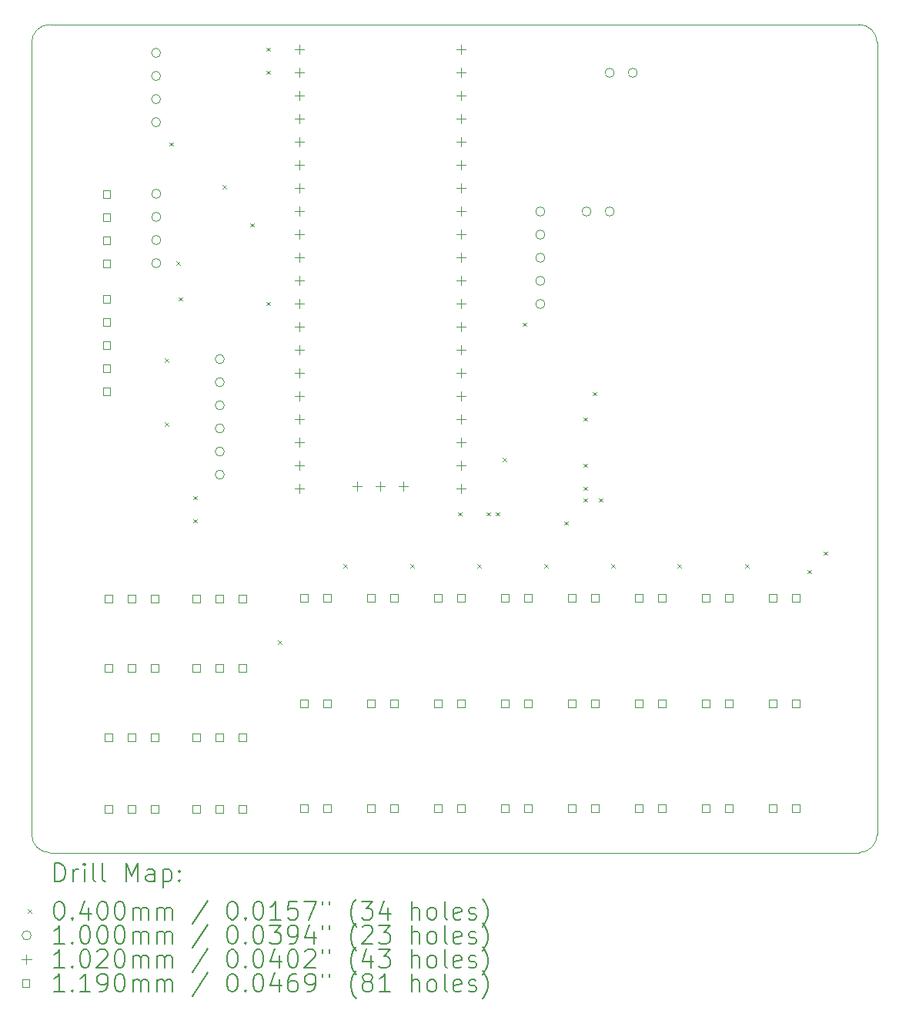
<source format=gbr>
%TF.GenerationSoftware,KiCad,Pcbnew,8.0.2*%
%TF.CreationDate,2024-05-29T13:58:34+02:00*%
%TF.ProjectId,porscheMuehk,706f7273-6368-4654-9d75-65686b2e6b69,rev?*%
%TF.SameCoordinates,Original*%
%TF.FileFunction,Drillmap*%
%TF.FilePolarity,Positive*%
%FSLAX45Y45*%
G04 Gerber Fmt 4.5, Leading zero omitted, Abs format (unit mm)*
G04 Created by KiCad (PCBNEW 8.0.2) date 2024-05-29 13:58:34*
%MOMM*%
%LPD*%
G01*
G04 APERTURE LIST*
%ADD10C,0.100000*%
%ADD11C,0.200000*%
%ADD12C,0.102000*%
%ADD13C,0.119000*%
G04 APERTURE END LIST*
D10*
X2400000Y-11100000D02*
G75*
G02*
X2200000Y-10900000I0J200000D01*
G01*
X11300000Y-11100000D02*
X2400000Y-11100000D01*
X2200000Y-10900000D02*
X2200000Y-2200000D01*
X2200000Y-2200000D02*
G75*
G02*
X2400000Y-2000000I200000J0D01*
G01*
X11500000Y-10900000D02*
G75*
G02*
X11300000Y-11100000I-200000J0D01*
G01*
X11300000Y-2000000D02*
G75*
G02*
X11500000Y-2200000I0J-200000D01*
G01*
X11300000Y-2000000D02*
X2400000Y-2000000D01*
X11500000Y-2200000D02*
X11500000Y-10900000D01*
D11*
D10*
X3663000Y-5669600D02*
X3703000Y-5709600D01*
X3703000Y-5669600D02*
X3663000Y-5709600D01*
X3663000Y-6370250D02*
X3703000Y-6410250D01*
X3703000Y-6370250D02*
X3663000Y-6410250D01*
X3713800Y-3294700D02*
X3753800Y-3334700D01*
X3753800Y-3294700D02*
X3713800Y-3334700D01*
X3790000Y-4602800D02*
X3830000Y-4642800D01*
X3830000Y-4602800D02*
X3790000Y-4642800D01*
X3815400Y-4996500D02*
X3855400Y-5036500D01*
X3855400Y-4996500D02*
X3815400Y-5036500D01*
X3980500Y-7180900D02*
X4020500Y-7220900D01*
X4020500Y-7180900D02*
X3980500Y-7220900D01*
X3980500Y-7434900D02*
X4020500Y-7474900D01*
X4020500Y-7434900D02*
X3980500Y-7474900D01*
X4298000Y-3764600D02*
X4338000Y-3804600D01*
X4338000Y-3764600D02*
X4298000Y-3804600D01*
X4602800Y-4183700D02*
X4642800Y-4223700D01*
X4642800Y-4183700D02*
X4602800Y-4223700D01*
X4780600Y-2253300D02*
X4820600Y-2293300D01*
X4820600Y-2253300D02*
X4780600Y-2293300D01*
X4780600Y-2507300D02*
X4820600Y-2547300D01*
X4820600Y-2507300D02*
X4780600Y-2547300D01*
X4780600Y-5047300D02*
X4820600Y-5087300D01*
X4820600Y-5047300D02*
X4780600Y-5087300D01*
X4907600Y-8768400D02*
X4947600Y-8808400D01*
X4947600Y-8768400D02*
X4907600Y-8808400D01*
X5631500Y-7930200D02*
X5671500Y-7970200D01*
X5671500Y-7930200D02*
X5631500Y-7970200D01*
X6368100Y-7930200D02*
X6408100Y-7970200D01*
X6408100Y-7930200D02*
X6368100Y-7970200D01*
X6888800Y-7358700D02*
X6928800Y-7398700D01*
X6928800Y-7358700D02*
X6888800Y-7398700D01*
X7104700Y-7930200D02*
X7144700Y-7970200D01*
X7144700Y-7930200D02*
X7104700Y-7970200D01*
X7206300Y-7358700D02*
X7246300Y-7398700D01*
X7246300Y-7358700D02*
X7206300Y-7398700D01*
X7307900Y-7358700D02*
X7347900Y-7398700D01*
X7347900Y-7358700D02*
X7307900Y-7398700D01*
X7384100Y-6761800D02*
X7424100Y-6801800D01*
X7424100Y-6761800D02*
X7384100Y-6801800D01*
X7600000Y-5275900D02*
X7640000Y-5315900D01*
X7640000Y-5275900D02*
X7600000Y-5315900D01*
X7841300Y-7930200D02*
X7881300Y-7970200D01*
X7881300Y-7930200D02*
X7841300Y-7970200D01*
X8057200Y-7460300D02*
X8097200Y-7500300D01*
X8097200Y-7460300D02*
X8057200Y-7500300D01*
X8273100Y-6317300D02*
X8313100Y-6357300D01*
X8313100Y-6317300D02*
X8273100Y-6357300D01*
X8273100Y-6825300D02*
X8313100Y-6865300D01*
X8313100Y-6825300D02*
X8273100Y-6865300D01*
X8273100Y-7079300D02*
X8313100Y-7119300D01*
X8313100Y-7079300D02*
X8273100Y-7119300D01*
X8273100Y-7206300D02*
X8313100Y-7246300D01*
X8313100Y-7206300D02*
X8273100Y-7246300D01*
X8374700Y-6037900D02*
X8414700Y-6077900D01*
X8414700Y-6037900D02*
X8374700Y-6077900D01*
X8438200Y-7206300D02*
X8478200Y-7246300D01*
X8478200Y-7206300D02*
X8438200Y-7246300D01*
X8577900Y-7930200D02*
X8617900Y-7970200D01*
X8617900Y-7930200D02*
X8577900Y-7970200D01*
X9301800Y-7930200D02*
X9341800Y-7970200D01*
X9341800Y-7930200D02*
X9301800Y-7970200D01*
X10051100Y-7930200D02*
X10091100Y-7970200D01*
X10091100Y-7930200D02*
X10051100Y-7970200D01*
X10736900Y-7993700D02*
X10776900Y-8033700D01*
X10776900Y-7993700D02*
X10736900Y-8033700D01*
X10914700Y-7790500D02*
X10954700Y-7830500D01*
X10954700Y-7790500D02*
X10914700Y-7830500D01*
X3618700Y-2311400D02*
G75*
G02*
X3518700Y-2311400I-50000J0D01*
G01*
X3518700Y-2311400D02*
G75*
G02*
X3618700Y-2311400I50000J0D01*
G01*
X3618700Y-2565400D02*
G75*
G02*
X3518700Y-2565400I-50000J0D01*
G01*
X3518700Y-2565400D02*
G75*
G02*
X3618700Y-2565400I50000J0D01*
G01*
X3618700Y-2819400D02*
G75*
G02*
X3518700Y-2819400I-50000J0D01*
G01*
X3518700Y-2819400D02*
G75*
G02*
X3618700Y-2819400I50000J0D01*
G01*
X3618700Y-3073400D02*
G75*
G02*
X3518700Y-3073400I-50000J0D01*
G01*
X3518700Y-3073400D02*
G75*
G02*
X3618700Y-3073400I50000J0D01*
G01*
X3621200Y-3860800D02*
G75*
G02*
X3521200Y-3860800I-50000J0D01*
G01*
X3521200Y-3860800D02*
G75*
G02*
X3621200Y-3860800I50000J0D01*
G01*
X3621200Y-4114800D02*
G75*
G02*
X3521200Y-4114800I-50000J0D01*
G01*
X3521200Y-4114800D02*
G75*
G02*
X3621200Y-4114800I50000J0D01*
G01*
X3621200Y-4368800D02*
G75*
G02*
X3521200Y-4368800I-50000J0D01*
G01*
X3521200Y-4368800D02*
G75*
G02*
X3621200Y-4368800I50000J0D01*
G01*
X3621200Y-4622800D02*
G75*
G02*
X3521200Y-4622800I-50000J0D01*
G01*
X3521200Y-4622800D02*
G75*
G02*
X3621200Y-4622800I50000J0D01*
G01*
X4319700Y-5676900D02*
G75*
G02*
X4219700Y-5676900I-50000J0D01*
G01*
X4219700Y-5676900D02*
G75*
G02*
X4319700Y-5676900I50000J0D01*
G01*
X4319700Y-5930900D02*
G75*
G02*
X4219700Y-5930900I-50000J0D01*
G01*
X4219700Y-5930900D02*
G75*
G02*
X4319700Y-5930900I50000J0D01*
G01*
X4319700Y-6184900D02*
G75*
G02*
X4219700Y-6184900I-50000J0D01*
G01*
X4219700Y-6184900D02*
G75*
G02*
X4319700Y-6184900I50000J0D01*
G01*
X4319700Y-6438900D02*
G75*
G02*
X4219700Y-6438900I-50000J0D01*
G01*
X4219700Y-6438900D02*
G75*
G02*
X4319700Y-6438900I50000J0D01*
G01*
X4319700Y-6692900D02*
G75*
G02*
X4219700Y-6692900I-50000J0D01*
G01*
X4219700Y-6692900D02*
G75*
G02*
X4319700Y-6692900I50000J0D01*
G01*
X4319700Y-6946900D02*
G75*
G02*
X4219700Y-6946900I-50000J0D01*
G01*
X4219700Y-6946900D02*
G75*
G02*
X4319700Y-6946900I50000J0D01*
G01*
X7845800Y-4054300D02*
G75*
G02*
X7745800Y-4054300I-50000J0D01*
G01*
X7745800Y-4054300D02*
G75*
G02*
X7845800Y-4054300I50000J0D01*
G01*
X7845800Y-4308300D02*
G75*
G02*
X7745800Y-4308300I-50000J0D01*
G01*
X7745800Y-4308300D02*
G75*
G02*
X7845800Y-4308300I50000J0D01*
G01*
X7845800Y-4562300D02*
G75*
G02*
X7745800Y-4562300I-50000J0D01*
G01*
X7745800Y-4562300D02*
G75*
G02*
X7845800Y-4562300I50000J0D01*
G01*
X7845800Y-4816300D02*
G75*
G02*
X7745800Y-4816300I-50000J0D01*
G01*
X7745800Y-4816300D02*
G75*
G02*
X7845800Y-4816300I50000J0D01*
G01*
X7845800Y-5070300D02*
G75*
G02*
X7745800Y-5070300I-50000J0D01*
G01*
X7745800Y-5070300D02*
G75*
G02*
X7845800Y-5070300I50000J0D01*
G01*
X8353800Y-4053800D02*
G75*
G02*
X8253800Y-4053800I-50000J0D01*
G01*
X8253800Y-4053800D02*
G75*
G02*
X8353800Y-4053800I50000J0D01*
G01*
X8607800Y-2529800D02*
G75*
G02*
X8507800Y-2529800I-50000J0D01*
G01*
X8507800Y-2529800D02*
G75*
G02*
X8607800Y-2529800I50000J0D01*
G01*
X8607800Y-4053800D02*
G75*
G02*
X8507800Y-4053800I-50000J0D01*
G01*
X8507800Y-4053800D02*
G75*
G02*
X8607800Y-4053800I50000J0D01*
G01*
X8861800Y-2529800D02*
G75*
G02*
X8761800Y-2529800I-50000J0D01*
G01*
X8761800Y-2529800D02*
G75*
G02*
X8861800Y-2529800I50000J0D01*
G01*
D12*
X5142300Y-2222300D02*
X5142300Y-2324300D01*
X5091300Y-2273300D02*
X5193300Y-2273300D01*
X5142300Y-2476300D02*
X5142300Y-2578300D01*
X5091300Y-2527300D02*
X5193300Y-2527300D01*
X5142300Y-2730300D02*
X5142300Y-2832300D01*
X5091300Y-2781300D02*
X5193300Y-2781300D01*
X5142300Y-2984300D02*
X5142300Y-3086300D01*
X5091300Y-3035300D02*
X5193300Y-3035300D01*
X5142300Y-3238300D02*
X5142300Y-3340300D01*
X5091300Y-3289300D02*
X5193300Y-3289300D01*
X5142300Y-3492300D02*
X5142300Y-3594300D01*
X5091300Y-3543300D02*
X5193300Y-3543300D01*
X5142300Y-3746300D02*
X5142300Y-3848300D01*
X5091300Y-3797300D02*
X5193300Y-3797300D01*
X5142300Y-4000300D02*
X5142300Y-4102300D01*
X5091300Y-4051300D02*
X5193300Y-4051300D01*
X5142300Y-4254300D02*
X5142300Y-4356300D01*
X5091300Y-4305300D02*
X5193300Y-4305300D01*
X5142300Y-4508300D02*
X5142300Y-4610300D01*
X5091300Y-4559300D02*
X5193300Y-4559300D01*
X5142300Y-4762300D02*
X5142300Y-4864300D01*
X5091300Y-4813300D02*
X5193300Y-4813300D01*
X5142300Y-5016300D02*
X5142300Y-5118300D01*
X5091300Y-5067300D02*
X5193300Y-5067300D01*
X5142300Y-5270300D02*
X5142300Y-5372300D01*
X5091300Y-5321300D02*
X5193300Y-5321300D01*
X5142300Y-5524300D02*
X5142300Y-5626300D01*
X5091300Y-5575300D02*
X5193300Y-5575300D01*
X5142300Y-5778300D02*
X5142300Y-5880300D01*
X5091300Y-5829300D02*
X5193300Y-5829300D01*
X5142300Y-6032300D02*
X5142300Y-6134300D01*
X5091300Y-6083300D02*
X5193300Y-6083300D01*
X5142300Y-6286300D02*
X5142300Y-6388300D01*
X5091300Y-6337300D02*
X5193300Y-6337300D01*
X5142300Y-6540300D02*
X5142300Y-6642300D01*
X5091300Y-6591300D02*
X5193300Y-6591300D01*
X5142300Y-6794300D02*
X5142300Y-6896300D01*
X5091300Y-6845300D02*
X5193300Y-6845300D01*
X5142300Y-7048300D02*
X5142300Y-7150300D01*
X5091300Y-7099300D02*
X5193300Y-7099300D01*
X5777300Y-7025300D02*
X5777300Y-7127300D01*
X5726300Y-7076300D02*
X5828300Y-7076300D01*
X6031300Y-7025300D02*
X6031300Y-7127300D01*
X5980300Y-7076300D02*
X6082300Y-7076300D01*
X6285300Y-7025300D02*
X6285300Y-7127300D01*
X6234300Y-7076300D02*
X6336300Y-7076300D01*
X6920300Y-2222300D02*
X6920300Y-2324300D01*
X6869300Y-2273300D02*
X6971300Y-2273300D01*
X6920300Y-2476300D02*
X6920300Y-2578300D01*
X6869300Y-2527300D02*
X6971300Y-2527300D01*
X6920300Y-2730300D02*
X6920300Y-2832300D01*
X6869300Y-2781300D02*
X6971300Y-2781300D01*
X6920300Y-2984300D02*
X6920300Y-3086300D01*
X6869300Y-3035300D02*
X6971300Y-3035300D01*
X6920300Y-3238300D02*
X6920300Y-3340300D01*
X6869300Y-3289300D02*
X6971300Y-3289300D01*
X6920300Y-3492300D02*
X6920300Y-3594300D01*
X6869300Y-3543300D02*
X6971300Y-3543300D01*
X6920300Y-3746300D02*
X6920300Y-3848300D01*
X6869300Y-3797300D02*
X6971300Y-3797300D01*
X6920300Y-4000300D02*
X6920300Y-4102300D01*
X6869300Y-4051300D02*
X6971300Y-4051300D01*
X6920300Y-4254300D02*
X6920300Y-4356300D01*
X6869300Y-4305300D02*
X6971300Y-4305300D01*
X6920300Y-4508300D02*
X6920300Y-4610300D01*
X6869300Y-4559300D02*
X6971300Y-4559300D01*
X6920300Y-4762300D02*
X6920300Y-4864300D01*
X6869300Y-4813300D02*
X6971300Y-4813300D01*
X6920300Y-5016300D02*
X6920300Y-5118300D01*
X6869300Y-5067300D02*
X6971300Y-5067300D01*
X6920300Y-5270300D02*
X6920300Y-5372300D01*
X6869300Y-5321300D02*
X6971300Y-5321300D01*
X6920300Y-5524300D02*
X6920300Y-5626300D01*
X6869300Y-5575300D02*
X6971300Y-5575300D01*
X6920300Y-5778300D02*
X6920300Y-5880300D01*
X6869300Y-5829300D02*
X6971300Y-5829300D01*
X6920300Y-6032300D02*
X6920300Y-6134300D01*
X6869300Y-6083300D02*
X6971300Y-6083300D01*
X6920300Y-6286300D02*
X6920300Y-6388300D01*
X6869300Y-6337300D02*
X6971300Y-6337300D01*
X6920300Y-6540300D02*
X6920300Y-6642300D01*
X6869300Y-6591300D02*
X6971300Y-6591300D01*
X6920300Y-6794300D02*
X6920300Y-6896300D01*
X6869300Y-6845300D02*
X6971300Y-6845300D01*
X6920300Y-7048300D02*
X6920300Y-7150300D01*
X6869300Y-7099300D02*
X6971300Y-7099300D01*
D13*
X3066673Y-3902873D02*
X3066673Y-3818727D01*
X2982527Y-3818727D01*
X2982527Y-3902873D01*
X3066673Y-3902873D01*
X3066673Y-4156873D02*
X3066673Y-4072727D01*
X2982527Y-4072727D01*
X2982527Y-4156873D01*
X3066673Y-4156873D01*
X3066673Y-4410873D02*
X3066673Y-4326727D01*
X2982527Y-4326727D01*
X2982527Y-4410873D01*
X3066673Y-4410873D01*
X3066673Y-4664873D02*
X3066673Y-4580727D01*
X2982527Y-4580727D01*
X2982527Y-4664873D01*
X3066673Y-4664873D01*
X3066673Y-5058573D02*
X3066673Y-4974427D01*
X2982527Y-4974427D01*
X2982527Y-5058573D01*
X3066673Y-5058573D01*
X3066673Y-5312573D02*
X3066673Y-5228427D01*
X2982527Y-5228427D01*
X2982527Y-5312573D01*
X3066673Y-5312573D01*
X3066673Y-5566573D02*
X3066673Y-5482427D01*
X2982527Y-5482427D01*
X2982527Y-5566573D01*
X3066673Y-5566573D01*
X3066673Y-5820573D02*
X3066673Y-5736427D01*
X2982527Y-5736427D01*
X2982527Y-5820573D01*
X3066673Y-5820573D01*
X3066673Y-6074573D02*
X3066673Y-5990427D01*
X2982527Y-5990427D01*
X2982527Y-6074573D01*
X3066673Y-6074573D01*
X3090073Y-8347873D02*
X3090073Y-8263727D01*
X3005927Y-8263727D01*
X3005927Y-8347873D01*
X3090073Y-8347873D01*
X3090073Y-9109873D02*
X3090073Y-9025727D01*
X3005927Y-9025727D01*
X3005927Y-9109873D01*
X3090073Y-9109873D01*
X3090073Y-9871873D02*
X3090073Y-9787727D01*
X3005927Y-9787727D01*
X3005927Y-9871873D01*
X3090073Y-9871873D01*
X3090073Y-10659673D02*
X3090073Y-10575527D01*
X3005927Y-10575527D01*
X3005927Y-10659673D01*
X3090073Y-10659673D01*
X3344073Y-8347873D02*
X3344073Y-8263727D01*
X3259927Y-8263727D01*
X3259927Y-8347873D01*
X3344073Y-8347873D01*
X3344073Y-9109873D02*
X3344073Y-9025727D01*
X3259927Y-9025727D01*
X3259927Y-9109873D01*
X3344073Y-9109873D01*
X3344073Y-9871873D02*
X3344073Y-9787727D01*
X3259927Y-9787727D01*
X3259927Y-9871873D01*
X3344073Y-9871873D01*
X3344073Y-10659673D02*
X3344073Y-10575527D01*
X3259927Y-10575527D01*
X3259927Y-10659673D01*
X3344073Y-10659673D01*
X3598073Y-8347873D02*
X3598073Y-8263727D01*
X3513927Y-8263727D01*
X3513927Y-8347873D01*
X3598073Y-8347873D01*
X3598073Y-9109873D02*
X3598073Y-9025727D01*
X3513927Y-9025727D01*
X3513927Y-9109873D01*
X3598073Y-9109873D01*
X3598073Y-9871873D02*
X3598073Y-9787727D01*
X3513927Y-9787727D01*
X3513927Y-9871873D01*
X3598073Y-9871873D01*
X3598073Y-10659673D02*
X3598073Y-10575527D01*
X3513927Y-10575527D01*
X3513927Y-10659673D01*
X3598073Y-10659673D01*
X4055273Y-8347873D02*
X4055273Y-8263727D01*
X3971127Y-8263727D01*
X3971127Y-8347873D01*
X4055273Y-8347873D01*
X4055273Y-9109873D02*
X4055273Y-9025727D01*
X3971127Y-9025727D01*
X3971127Y-9109873D01*
X4055273Y-9109873D01*
X4055273Y-9871873D02*
X4055273Y-9787727D01*
X3971127Y-9787727D01*
X3971127Y-9871873D01*
X4055273Y-9871873D01*
X4055273Y-10659673D02*
X4055273Y-10575527D01*
X3971127Y-10575527D01*
X3971127Y-10659673D01*
X4055273Y-10659673D01*
X4309273Y-8347873D02*
X4309273Y-8263727D01*
X4225127Y-8263727D01*
X4225127Y-8347873D01*
X4309273Y-8347873D01*
X4309273Y-9109873D02*
X4309273Y-9025727D01*
X4225127Y-9025727D01*
X4225127Y-9109873D01*
X4309273Y-9109873D01*
X4309273Y-9871873D02*
X4309273Y-9787727D01*
X4225127Y-9787727D01*
X4225127Y-9871873D01*
X4309273Y-9871873D01*
X4309273Y-10659673D02*
X4309273Y-10575527D01*
X4225127Y-10575527D01*
X4225127Y-10659673D01*
X4309273Y-10659673D01*
X4563273Y-8347873D02*
X4563273Y-8263727D01*
X4479127Y-8263727D01*
X4479127Y-8347873D01*
X4563273Y-8347873D01*
X4563273Y-9109873D02*
X4563273Y-9025727D01*
X4479127Y-9025727D01*
X4479127Y-9109873D01*
X4563273Y-9109873D01*
X4563273Y-9871873D02*
X4563273Y-9787727D01*
X4479127Y-9787727D01*
X4479127Y-9871873D01*
X4563273Y-9871873D01*
X4563273Y-10659673D02*
X4563273Y-10575527D01*
X4479127Y-10575527D01*
X4479127Y-10659673D01*
X4563273Y-10659673D01*
X5236373Y-8345873D02*
X5236373Y-8261727D01*
X5152227Y-8261727D01*
X5152227Y-8345873D01*
X5236373Y-8345873D01*
X5236373Y-9501573D02*
X5236373Y-9417427D01*
X5152227Y-9417427D01*
X5152227Y-9501573D01*
X5236373Y-9501573D01*
X5236373Y-10657273D02*
X5236373Y-10573127D01*
X5152227Y-10573127D01*
X5152227Y-10657273D01*
X5236373Y-10657273D01*
X5490373Y-8345873D02*
X5490373Y-8261727D01*
X5406227Y-8261727D01*
X5406227Y-8345873D01*
X5490373Y-8345873D01*
X5490373Y-9501573D02*
X5490373Y-9417427D01*
X5406227Y-9417427D01*
X5406227Y-9501573D01*
X5490373Y-9501573D01*
X5490373Y-10657273D02*
X5490373Y-10573127D01*
X5406227Y-10573127D01*
X5406227Y-10657273D01*
X5490373Y-10657273D01*
X5972973Y-8345873D02*
X5972973Y-8261727D01*
X5888827Y-8261727D01*
X5888827Y-8345873D01*
X5972973Y-8345873D01*
X5972973Y-9501573D02*
X5972973Y-9417427D01*
X5888827Y-9417427D01*
X5888827Y-9501573D01*
X5972973Y-9501573D01*
X5972973Y-10657273D02*
X5972973Y-10573127D01*
X5888827Y-10573127D01*
X5888827Y-10657273D01*
X5972973Y-10657273D01*
X6226973Y-8345873D02*
X6226973Y-8261727D01*
X6142827Y-8261727D01*
X6142827Y-8345873D01*
X6226973Y-8345873D01*
X6226973Y-9501573D02*
X6226973Y-9417427D01*
X6142827Y-9417427D01*
X6142827Y-9501573D01*
X6226973Y-9501573D01*
X6226973Y-10657273D02*
X6226973Y-10573127D01*
X6142827Y-10573127D01*
X6142827Y-10657273D01*
X6226973Y-10657273D01*
X6709573Y-8345873D02*
X6709573Y-8261727D01*
X6625427Y-8261727D01*
X6625427Y-8345873D01*
X6709573Y-8345873D01*
X6709573Y-9501573D02*
X6709573Y-9417427D01*
X6625427Y-9417427D01*
X6625427Y-9501573D01*
X6709573Y-9501573D01*
X6709573Y-10657273D02*
X6709573Y-10573127D01*
X6625427Y-10573127D01*
X6625427Y-10657273D01*
X6709573Y-10657273D01*
X6963573Y-8345873D02*
X6963573Y-8261727D01*
X6879427Y-8261727D01*
X6879427Y-8345873D01*
X6963573Y-8345873D01*
X6963573Y-9501573D02*
X6963573Y-9417427D01*
X6879427Y-9417427D01*
X6879427Y-9501573D01*
X6963573Y-9501573D01*
X6963573Y-10657273D02*
X6963573Y-10573127D01*
X6879427Y-10573127D01*
X6879427Y-10657273D01*
X6963573Y-10657273D01*
X7446173Y-8345873D02*
X7446173Y-8261727D01*
X7362027Y-8261727D01*
X7362027Y-8345873D01*
X7446173Y-8345873D01*
X7446173Y-9501573D02*
X7446173Y-9417427D01*
X7362027Y-9417427D01*
X7362027Y-9501573D01*
X7446173Y-9501573D01*
X7446173Y-10657273D02*
X7446173Y-10573127D01*
X7362027Y-10573127D01*
X7362027Y-10657273D01*
X7446173Y-10657273D01*
X7700173Y-8345873D02*
X7700173Y-8261727D01*
X7616027Y-8261727D01*
X7616027Y-8345873D01*
X7700173Y-8345873D01*
X7700173Y-9501573D02*
X7700173Y-9417427D01*
X7616027Y-9417427D01*
X7616027Y-9501573D01*
X7700173Y-9501573D01*
X7700173Y-10657273D02*
X7700173Y-10573127D01*
X7616027Y-10573127D01*
X7616027Y-10657273D01*
X7700173Y-10657273D01*
X8182773Y-8345873D02*
X8182773Y-8261727D01*
X8098627Y-8261727D01*
X8098627Y-8345873D01*
X8182773Y-8345873D01*
X8182773Y-9501573D02*
X8182773Y-9417427D01*
X8098627Y-9417427D01*
X8098627Y-9501573D01*
X8182773Y-9501573D01*
X8182773Y-10657273D02*
X8182773Y-10573127D01*
X8098627Y-10573127D01*
X8098627Y-10657273D01*
X8182773Y-10657273D01*
X8436773Y-8345873D02*
X8436773Y-8261727D01*
X8352627Y-8261727D01*
X8352627Y-8345873D01*
X8436773Y-8345873D01*
X8436773Y-9501573D02*
X8436773Y-9417427D01*
X8352627Y-9417427D01*
X8352627Y-9501573D01*
X8436773Y-9501573D01*
X8436773Y-10657273D02*
X8436773Y-10573127D01*
X8352627Y-10573127D01*
X8352627Y-10657273D01*
X8436773Y-10657273D01*
X8919373Y-8345873D02*
X8919373Y-8261727D01*
X8835227Y-8261727D01*
X8835227Y-8345873D01*
X8919373Y-8345873D01*
X8919373Y-9501573D02*
X8919373Y-9417427D01*
X8835227Y-9417427D01*
X8835227Y-9501573D01*
X8919373Y-9501573D01*
X8919373Y-10657273D02*
X8919373Y-10573127D01*
X8835227Y-10573127D01*
X8835227Y-10657273D01*
X8919373Y-10657273D01*
X9173373Y-8345873D02*
X9173373Y-8261727D01*
X9089227Y-8261727D01*
X9089227Y-8345873D01*
X9173373Y-8345873D01*
X9173373Y-9501573D02*
X9173373Y-9417427D01*
X9089227Y-9417427D01*
X9089227Y-9501573D01*
X9173373Y-9501573D01*
X9173373Y-10657273D02*
X9173373Y-10573127D01*
X9089227Y-10573127D01*
X9089227Y-10657273D01*
X9173373Y-10657273D01*
X9655973Y-8345873D02*
X9655973Y-8261727D01*
X9571827Y-8261727D01*
X9571827Y-8345873D01*
X9655973Y-8345873D01*
X9655973Y-9501573D02*
X9655973Y-9417427D01*
X9571827Y-9417427D01*
X9571827Y-9501573D01*
X9655973Y-9501573D01*
X9655973Y-10657273D02*
X9655973Y-10573127D01*
X9571827Y-10573127D01*
X9571827Y-10657273D01*
X9655973Y-10657273D01*
X9909973Y-8345873D02*
X9909973Y-8261727D01*
X9825827Y-8261727D01*
X9825827Y-8345873D01*
X9909973Y-8345873D01*
X9909973Y-9501573D02*
X9909973Y-9417427D01*
X9825827Y-9417427D01*
X9825827Y-9501573D01*
X9909973Y-9501573D01*
X9909973Y-10657273D02*
X9909973Y-10573127D01*
X9825827Y-10573127D01*
X9825827Y-10657273D01*
X9909973Y-10657273D01*
X10392573Y-8345873D02*
X10392573Y-8261727D01*
X10308427Y-8261727D01*
X10308427Y-8345873D01*
X10392573Y-8345873D01*
X10392573Y-9501573D02*
X10392573Y-9417427D01*
X10308427Y-9417427D01*
X10308427Y-9501573D01*
X10392573Y-9501573D01*
X10392573Y-10657273D02*
X10392573Y-10573127D01*
X10308427Y-10573127D01*
X10308427Y-10657273D01*
X10392573Y-10657273D01*
X10646573Y-8345873D02*
X10646573Y-8261727D01*
X10562427Y-8261727D01*
X10562427Y-8345873D01*
X10646573Y-8345873D01*
X10646573Y-9501573D02*
X10646573Y-9417427D01*
X10562427Y-9417427D01*
X10562427Y-9501573D01*
X10646573Y-9501573D01*
X10646573Y-10657273D02*
X10646573Y-10573127D01*
X10562427Y-10573127D01*
X10562427Y-10657273D01*
X10646573Y-10657273D01*
D11*
X2455777Y-11416484D02*
X2455777Y-11216484D01*
X2455777Y-11216484D02*
X2503396Y-11216484D01*
X2503396Y-11216484D02*
X2531967Y-11226008D01*
X2531967Y-11226008D02*
X2551015Y-11245055D01*
X2551015Y-11245055D02*
X2560539Y-11264103D01*
X2560539Y-11264103D02*
X2570063Y-11302198D01*
X2570063Y-11302198D02*
X2570063Y-11330769D01*
X2570063Y-11330769D02*
X2560539Y-11368865D01*
X2560539Y-11368865D02*
X2551015Y-11387912D01*
X2551015Y-11387912D02*
X2531967Y-11406960D01*
X2531967Y-11406960D02*
X2503396Y-11416484D01*
X2503396Y-11416484D02*
X2455777Y-11416484D01*
X2655777Y-11416484D02*
X2655777Y-11283150D01*
X2655777Y-11321246D02*
X2665301Y-11302198D01*
X2665301Y-11302198D02*
X2674824Y-11292674D01*
X2674824Y-11292674D02*
X2693872Y-11283150D01*
X2693872Y-11283150D02*
X2712920Y-11283150D01*
X2779586Y-11416484D02*
X2779586Y-11283150D01*
X2779586Y-11216484D02*
X2770063Y-11226008D01*
X2770063Y-11226008D02*
X2779586Y-11235531D01*
X2779586Y-11235531D02*
X2789110Y-11226008D01*
X2789110Y-11226008D02*
X2779586Y-11216484D01*
X2779586Y-11216484D02*
X2779586Y-11235531D01*
X2903396Y-11416484D02*
X2884348Y-11406960D01*
X2884348Y-11406960D02*
X2874824Y-11387912D01*
X2874824Y-11387912D02*
X2874824Y-11216484D01*
X3008158Y-11416484D02*
X2989110Y-11406960D01*
X2989110Y-11406960D02*
X2979586Y-11387912D01*
X2979586Y-11387912D02*
X2979586Y-11216484D01*
X3236729Y-11416484D02*
X3236729Y-11216484D01*
X3236729Y-11216484D02*
X3303396Y-11359341D01*
X3303396Y-11359341D02*
X3370062Y-11216484D01*
X3370062Y-11216484D02*
X3370062Y-11416484D01*
X3551015Y-11416484D02*
X3551015Y-11311722D01*
X3551015Y-11311722D02*
X3541491Y-11292674D01*
X3541491Y-11292674D02*
X3522443Y-11283150D01*
X3522443Y-11283150D02*
X3484348Y-11283150D01*
X3484348Y-11283150D02*
X3465301Y-11292674D01*
X3551015Y-11406960D02*
X3531967Y-11416484D01*
X3531967Y-11416484D02*
X3484348Y-11416484D01*
X3484348Y-11416484D02*
X3465301Y-11406960D01*
X3465301Y-11406960D02*
X3455777Y-11387912D01*
X3455777Y-11387912D02*
X3455777Y-11368865D01*
X3455777Y-11368865D02*
X3465301Y-11349817D01*
X3465301Y-11349817D02*
X3484348Y-11340293D01*
X3484348Y-11340293D02*
X3531967Y-11340293D01*
X3531967Y-11340293D02*
X3551015Y-11330769D01*
X3646253Y-11283150D02*
X3646253Y-11483150D01*
X3646253Y-11292674D02*
X3665301Y-11283150D01*
X3665301Y-11283150D02*
X3703396Y-11283150D01*
X3703396Y-11283150D02*
X3722443Y-11292674D01*
X3722443Y-11292674D02*
X3731967Y-11302198D01*
X3731967Y-11302198D02*
X3741491Y-11321246D01*
X3741491Y-11321246D02*
X3741491Y-11378388D01*
X3741491Y-11378388D02*
X3731967Y-11397436D01*
X3731967Y-11397436D02*
X3722443Y-11406960D01*
X3722443Y-11406960D02*
X3703396Y-11416484D01*
X3703396Y-11416484D02*
X3665301Y-11416484D01*
X3665301Y-11416484D02*
X3646253Y-11406960D01*
X3827205Y-11397436D02*
X3836729Y-11406960D01*
X3836729Y-11406960D02*
X3827205Y-11416484D01*
X3827205Y-11416484D02*
X3817682Y-11406960D01*
X3817682Y-11406960D02*
X3827205Y-11397436D01*
X3827205Y-11397436D02*
X3827205Y-11416484D01*
X3827205Y-11292674D02*
X3836729Y-11302198D01*
X3836729Y-11302198D02*
X3827205Y-11311722D01*
X3827205Y-11311722D02*
X3817682Y-11302198D01*
X3817682Y-11302198D02*
X3827205Y-11292674D01*
X3827205Y-11292674D02*
X3827205Y-11311722D01*
D10*
X2155000Y-11725000D02*
X2195000Y-11765000D01*
X2195000Y-11725000D02*
X2155000Y-11765000D01*
D11*
X2493872Y-11636484D02*
X2512920Y-11636484D01*
X2512920Y-11636484D02*
X2531967Y-11646008D01*
X2531967Y-11646008D02*
X2541491Y-11655531D01*
X2541491Y-11655531D02*
X2551015Y-11674579D01*
X2551015Y-11674579D02*
X2560539Y-11712674D01*
X2560539Y-11712674D02*
X2560539Y-11760293D01*
X2560539Y-11760293D02*
X2551015Y-11798388D01*
X2551015Y-11798388D02*
X2541491Y-11817436D01*
X2541491Y-11817436D02*
X2531967Y-11826960D01*
X2531967Y-11826960D02*
X2512920Y-11836484D01*
X2512920Y-11836484D02*
X2493872Y-11836484D01*
X2493872Y-11836484D02*
X2474824Y-11826960D01*
X2474824Y-11826960D02*
X2465301Y-11817436D01*
X2465301Y-11817436D02*
X2455777Y-11798388D01*
X2455777Y-11798388D02*
X2446253Y-11760293D01*
X2446253Y-11760293D02*
X2446253Y-11712674D01*
X2446253Y-11712674D02*
X2455777Y-11674579D01*
X2455777Y-11674579D02*
X2465301Y-11655531D01*
X2465301Y-11655531D02*
X2474824Y-11646008D01*
X2474824Y-11646008D02*
X2493872Y-11636484D01*
X2646253Y-11817436D02*
X2655777Y-11826960D01*
X2655777Y-11826960D02*
X2646253Y-11836484D01*
X2646253Y-11836484D02*
X2636729Y-11826960D01*
X2636729Y-11826960D02*
X2646253Y-11817436D01*
X2646253Y-11817436D02*
X2646253Y-11836484D01*
X2827205Y-11703150D02*
X2827205Y-11836484D01*
X2779586Y-11626960D02*
X2731967Y-11769817D01*
X2731967Y-11769817D02*
X2855777Y-11769817D01*
X2970062Y-11636484D02*
X2989110Y-11636484D01*
X2989110Y-11636484D02*
X3008158Y-11646008D01*
X3008158Y-11646008D02*
X3017682Y-11655531D01*
X3017682Y-11655531D02*
X3027205Y-11674579D01*
X3027205Y-11674579D02*
X3036729Y-11712674D01*
X3036729Y-11712674D02*
X3036729Y-11760293D01*
X3036729Y-11760293D02*
X3027205Y-11798388D01*
X3027205Y-11798388D02*
X3017682Y-11817436D01*
X3017682Y-11817436D02*
X3008158Y-11826960D01*
X3008158Y-11826960D02*
X2989110Y-11836484D01*
X2989110Y-11836484D02*
X2970062Y-11836484D01*
X2970062Y-11836484D02*
X2951015Y-11826960D01*
X2951015Y-11826960D02*
X2941491Y-11817436D01*
X2941491Y-11817436D02*
X2931967Y-11798388D01*
X2931967Y-11798388D02*
X2922443Y-11760293D01*
X2922443Y-11760293D02*
X2922443Y-11712674D01*
X2922443Y-11712674D02*
X2931967Y-11674579D01*
X2931967Y-11674579D02*
X2941491Y-11655531D01*
X2941491Y-11655531D02*
X2951015Y-11646008D01*
X2951015Y-11646008D02*
X2970062Y-11636484D01*
X3160539Y-11636484D02*
X3179586Y-11636484D01*
X3179586Y-11636484D02*
X3198634Y-11646008D01*
X3198634Y-11646008D02*
X3208158Y-11655531D01*
X3208158Y-11655531D02*
X3217682Y-11674579D01*
X3217682Y-11674579D02*
X3227205Y-11712674D01*
X3227205Y-11712674D02*
X3227205Y-11760293D01*
X3227205Y-11760293D02*
X3217682Y-11798388D01*
X3217682Y-11798388D02*
X3208158Y-11817436D01*
X3208158Y-11817436D02*
X3198634Y-11826960D01*
X3198634Y-11826960D02*
X3179586Y-11836484D01*
X3179586Y-11836484D02*
X3160539Y-11836484D01*
X3160539Y-11836484D02*
X3141491Y-11826960D01*
X3141491Y-11826960D02*
X3131967Y-11817436D01*
X3131967Y-11817436D02*
X3122443Y-11798388D01*
X3122443Y-11798388D02*
X3112920Y-11760293D01*
X3112920Y-11760293D02*
X3112920Y-11712674D01*
X3112920Y-11712674D02*
X3122443Y-11674579D01*
X3122443Y-11674579D02*
X3131967Y-11655531D01*
X3131967Y-11655531D02*
X3141491Y-11646008D01*
X3141491Y-11646008D02*
X3160539Y-11636484D01*
X3312920Y-11836484D02*
X3312920Y-11703150D01*
X3312920Y-11722198D02*
X3322443Y-11712674D01*
X3322443Y-11712674D02*
X3341491Y-11703150D01*
X3341491Y-11703150D02*
X3370063Y-11703150D01*
X3370063Y-11703150D02*
X3389110Y-11712674D01*
X3389110Y-11712674D02*
X3398634Y-11731722D01*
X3398634Y-11731722D02*
X3398634Y-11836484D01*
X3398634Y-11731722D02*
X3408158Y-11712674D01*
X3408158Y-11712674D02*
X3427205Y-11703150D01*
X3427205Y-11703150D02*
X3455777Y-11703150D01*
X3455777Y-11703150D02*
X3474824Y-11712674D01*
X3474824Y-11712674D02*
X3484348Y-11731722D01*
X3484348Y-11731722D02*
X3484348Y-11836484D01*
X3579586Y-11836484D02*
X3579586Y-11703150D01*
X3579586Y-11722198D02*
X3589110Y-11712674D01*
X3589110Y-11712674D02*
X3608158Y-11703150D01*
X3608158Y-11703150D02*
X3636729Y-11703150D01*
X3636729Y-11703150D02*
X3655777Y-11712674D01*
X3655777Y-11712674D02*
X3665301Y-11731722D01*
X3665301Y-11731722D02*
X3665301Y-11836484D01*
X3665301Y-11731722D02*
X3674824Y-11712674D01*
X3674824Y-11712674D02*
X3693872Y-11703150D01*
X3693872Y-11703150D02*
X3722443Y-11703150D01*
X3722443Y-11703150D02*
X3741491Y-11712674D01*
X3741491Y-11712674D02*
X3751015Y-11731722D01*
X3751015Y-11731722D02*
X3751015Y-11836484D01*
X4141491Y-11626960D02*
X3970063Y-11884103D01*
X4398634Y-11636484D02*
X4417682Y-11636484D01*
X4417682Y-11636484D02*
X4436729Y-11646008D01*
X4436729Y-11646008D02*
X4446253Y-11655531D01*
X4446253Y-11655531D02*
X4455777Y-11674579D01*
X4455777Y-11674579D02*
X4465301Y-11712674D01*
X4465301Y-11712674D02*
X4465301Y-11760293D01*
X4465301Y-11760293D02*
X4455777Y-11798388D01*
X4455777Y-11798388D02*
X4446253Y-11817436D01*
X4446253Y-11817436D02*
X4436729Y-11826960D01*
X4436729Y-11826960D02*
X4417682Y-11836484D01*
X4417682Y-11836484D02*
X4398634Y-11836484D01*
X4398634Y-11836484D02*
X4379587Y-11826960D01*
X4379587Y-11826960D02*
X4370063Y-11817436D01*
X4370063Y-11817436D02*
X4360539Y-11798388D01*
X4360539Y-11798388D02*
X4351015Y-11760293D01*
X4351015Y-11760293D02*
X4351015Y-11712674D01*
X4351015Y-11712674D02*
X4360539Y-11674579D01*
X4360539Y-11674579D02*
X4370063Y-11655531D01*
X4370063Y-11655531D02*
X4379587Y-11646008D01*
X4379587Y-11646008D02*
X4398634Y-11636484D01*
X4551015Y-11817436D02*
X4560539Y-11826960D01*
X4560539Y-11826960D02*
X4551015Y-11836484D01*
X4551015Y-11836484D02*
X4541491Y-11826960D01*
X4541491Y-11826960D02*
X4551015Y-11817436D01*
X4551015Y-11817436D02*
X4551015Y-11836484D01*
X4684348Y-11636484D02*
X4703396Y-11636484D01*
X4703396Y-11636484D02*
X4722444Y-11646008D01*
X4722444Y-11646008D02*
X4731968Y-11655531D01*
X4731968Y-11655531D02*
X4741491Y-11674579D01*
X4741491Y-11674579D02*
X4751015Y-11712674D01*
X4751015Y-11712674D02*
X4751015Y-11760293D01*
X4751015Y-11760293D02*
X4741491Y-11798388D01*
X4741491Y-11798388D02*
X4731968Y-11817436D01*
X4731968Y-11817436D02*
X4722444Y-11826960D01*
X4722444Y-11826960D02*
X4703396Y-11836484D01*
X4703396Y-11836484D02*
X4684348Y-11836484D01*
X4684348Y-11836484D02*
X4665301Y-11826960D01*
X4665301Y-11826960D02*
X4655777Y-11817436D01*
X4655777Y-11817436D02*
X4646253Y-11798388D01*
X4646253Y-11798388D02*
X4636729Y-11760293D01*
X4636729Y-11760293D02*
X4636729Y-11712674D01*
X4636729Y-11712674D02*
X4646253Y-11674579D01*
X4646253Y-11674579D02*
X4655777Y-11655531D01*
X4655777Y-11655531D02*
X4665301Y-11646008D01*
X4665301Y-11646008D02*
X4684348Y-11636484D01*
X4941491Y-11836484D02*
X4827206Y-11836484D01*
X4884348Y-11836484D02*
X4884348Y-11636484D01*
X4884348Y-11636484D02*
X4865301Y-11665055D01*
X4865301Y-11665055D02*
X4846253Y-11684103D01*
X4846253Y-11684103D02*
X4827206Y-11693627D01*
X5122444Y-11636484D02*
X5027206Y-11636484D01*
X5027206Y-11636484D02*
X5017682Y-11731722D01*
X5017682Y-11731722D02*
X5027206Y-11722198D01*
X5027206Y-11722198D02*
X5046253Y-11712674D01*
X5046253Y-11712674D02*
X5093872Y-11712674D01*
X5093872Y-11712674D02*
X5112920Y-11722198D01*
X5112920Y-11722198D02*
X5122444Y-11731722D01*
X5122444Y-11731722D02*
X5131968Y-11750769D01*
X5131968Y-11750769D02*
X5131968Y-11798388D01*
X5131968Y-11798388D02*
X5122444Y-11817436D01*
X5122444Y-11817436D02*
X5112920Y-11826960D01*
X5112920Y-11826960D02*
X5093872Y-11836484D01*
X5093872Y-11836484D02*
X5046253Y-11836484D01*
X5046253Y-11836484D02*
X5027206Y-11826960D01*
X5027206Y-11826960D02*
X5017682Y-11817436D01*
X5198634Y-11636484D02*
X5331968Y-11636484D01*
X5331968Y-11636484D02*
X5246253Y-11836484D01*
X5398634Y-11636484D02*
X5398634Y-11674579D01*
X5474825Y-11636484D02*
X5474825Y-11674579D01*
X5770063Y-11912674D02*
X5760539Y-11903150D01*
X5760539Y-11903150D02*
X5741491Y-11874579D01*
X5741491Y-11874579D02*
X5731968Y-11855531D01*
X5731968Y-11855531D02*
X5722444Y-11826960D01*
X5722444Y-11826960D02*
X5712920Y-11779341D01*
X5712920Y-11779341D02*
X5712920Y-11741246D01*
X5712920Y-11741246D02*
X5722444Y-11693627D01*
X5722444Y-11693627D02*
X5731968Y-11665055D01*
X5731968Y-11665055D02*
X5741491Y-11646008D01*
X5741491Y-11646008D02*
X5760539Y-11617436D01*
X5760539Y-11617436D02*
X5770063Y-11607912D01*
X5827206Y-11636484D02*
X5951015Y-11636484D01*
X5951015Y-11636484D02*
X5884348Y-11712674D01*
X5884348Y-11712674D02*
X5912920Y-11712674D01*
X5912920Y-11712674D02*
X5931968Y-11722198D01*
X5931968Y-11722198D02*
X5941491Y-11731722D01*
X5941491Y-11731722D02*
X5951015Y-11750769D01*
X5951015Y-11750769D02*
X5951015Y-11798388D01*
X5951015Y-11798388D02*
X5941491Y-11817436D01*
X5941491Y-11817436D02*
X5931968Y-11826960D01*
X5931968Y-11826960D02*
X5912920Y-11836484D01*
X5912920Y-11836484D02*
X5855777Y-11836484D01*
X5855777Y-11836484D02*
X5836729Y-11826960D01*
X5836729Y-11826960D02*
X5827206Y-11817436D01*
X6122444Y-11703150D02*
X6122444Y-11836484D01*
X6074825Y-11626960D02*
X6027206Y-11769817D01*
X6027206Y-11769817D02*
X6151015Y-11769817D01*
X6379587Y-11836484D02*
X6379587Y-11636484D01*
X6465301Y-11836484D02*
X6465301Y-11731722D01*
X6465301Y-11731722D02*
X6455777Y-11712674D01*
X6455777Y-11712674D02*
X6436730Y-11703150D01*
X6436730Y-11703150D02*
X6408158Y-11703150D01*
X6408158Y-11703150D02*
X6389110Y-11712674D01*
X6389110Y-11712674D02*
X6379587Y-11722198D01*
X6589110Y-11836484D02*
X6570063Y-11826960D01*
X6570063Y-11826960D02*
X6560539Y-11817436D01*
X6560539Y-11817436D02*
X6551015Y-11798388D01*
X6551015Y-11798388D02*
X6551015Y-11741246D01*
X6551015Y-11741246D02*
X6560539Y-11722198D01*
X6560539Y-11722198D02*
X6570063Y-11712674D01*
X6570063Y-11712674D02*
X6589110Y-11703150D01*
X6589110Y-11703150D02*
X6617682Y-11703150D01*
X6617682Y-11703150D02*
X6636730Y-11712674D01*
X6636730Y-11712674D02*
X6646253Y-11722198D01*
X6646253Y-11722198D02*
X6655777Y-11741246D01*
X6655777Y-11741246D02*
X6655777Y-11798388D01*
X6655777Y-11798388D02*
X6646253Y-11817436D01*
X6646253Y-11817436D02*
X6636730Y-11826960D01*
X6636730Y-11826960D02*
X6617682Y-11836484D01*
X6617682Y-11836484D02*
X6589110Y-11836484D01*
X6770063Y-11836484D02*
X6751015Y-11826960D01*
X6751015Y-11826960D02*
X6741491Y-11807912D01*
X6741491Y-11807912D02*
X6741491Y-11636484D01*
X6922444Y-11826960D02*
X6903396Y-11836484D01*
X6903396Y-11836484D02*
X6865301Y-11836484D01*
X6865301Y-11836484D02*
X6846253Y-11826960D01*
X6846253Y-11826960D02*
X6836730Y-11807912D01*
X6836730Y-11807912D02*
X6836730Y-11731722D01*
X6836730Y-11731722D02*
X6846253Y-11712674D01*
X6846253Y-11712674D02*
X6865301Y-11703150D01*
X6865301Y-11703150D02*
X6903396Y-11703150D01*
X6903396Y-11703150D02*
X6922444Y-11712674D01*
X6922444Y-11712674D02*
X6931968Y-11731722D01*
X6931968Y-11731722D02*
X6931968Y-11750769D01*
X6931968Y-11750769D02*
X6836730Y-11769817D01*
X7008158Y-11826960D02*
X7027206Y-11836484D01*
X7027206Y-11836484D02*
X7065301Y-11836484D01*
X7065301Y-11836484D02*
X7084349Y-11826960D01*
X7084349Y-11826960D02*
X7093872Y-11807912D01*
X7093872Y-11807912D02*
X7093872Y-11798388D01*
X7093872Y-11798388D02*
X7084349Y-11779341D01*
X7084349Y-11779341D02*
X7065301Y-11769817D01*
X7065301Y-11769817D02*
X7036730Y-11769817D01*
X7036730Y-11769817D02*
X7017682Y-11760293D01*
X7017682Y-11760293D02*
X7008158Y-11741246D01*
X7008158Y-11741246D02*
X7008158Y-11731722D01*
X7008158Y-11731722D02*
X7017682Y-11712674D01*
X7017682Y-11712674D02*
X7036730Y-11703150D01*
X7036730Y-11703150D02*
X7065301Y-11703150D01*
X7065301Y-11703150D02*
X7084349Y-11712674D01*
X7160539Y-11912674D02*
X7170063Y-11903150D01*
X7170063Y-11903150D02*
X7189111Y-11874579D01*
X7189111Y-11874579D02*
X7198634Y-11855531D01*
X7198634Y-11855531D02*
X7208158Y-11826960D01*
X7208158Y-11826960D02*
X7217682Y-11779341D01*
X7217682Y-11779341D02*
X7217682Y-11741246D01*
X7217682Y-11741246D02*
X7208158Y-11693627D01*
X7208158Y-11693627D02*
X7198634Y-11665055D01*
X7198634Y-11665055D02*
X7189111Y-11646008D01*
X7189111Y-11646008D02*
X7170063Y-11617436D01*
X7170063Y-11617436D02*
X7160539Y-11607912D01*
D10*
X2195000Y-12009000D02*
G75*
G02*
X2095000Y-12009000I-50000J0D01*
G01*
X2095000Y-12009000D02*
G75*
G02*
X2195000Y-12009000I50000J0D01*
G01*
D11*
X2560539Y-12100484D02*
X2446253Y-12100484D01*
X2503396Y-12100484D02*
X2503396Y-11900484D01*
X2503396Y-11900484D02*
X2484348Y-11929055D01*
X2484348Y-11929055D02*
X2465301Y-11948103D01*
X2465301Y-11948103D02*
X2446253Y-11957627D01*
X2646253Y-12081436D02*
X2655777Y-12090960D01*
X2655777Y-12090960D02*
X2646253Y-12100484D01*
X2646253Y-12100484D02*
X2636729Y-12090960D01*
X2636729Y-12090960D02*
X2646253Y-12081436D01*
X2646253Y-12081436D02*
X2646253Y-12100484D01*
X2779586Y-11900484D02*
X2798634Y-11900484D01*
X2798634Y-11900484D02*
X2817682Y-11910008D01*
X2817682Y-11910008D02*
X2827205Y-11919531D01*
X2827205Y-11919531D02*
X2836729Y-11938579D01*
X2836729Y-11938579D02*
X2846253Y-11976674D01*
X2846253Y-11976674D02*
X2846253Y-12024293D01*
X2846253Y-12024293D02*
X2836729Y-12062388D01*
X2836729Y-12062388D02*
X2827205Y-12081436D01*
X2827205Y-12081436D02*
X2817682Y-12090960D01*
X2817682Y-12090960D02*
X2798634Y-12100484D01*
X2798634Y-12100484D02*
X2779586Y-12100484D01*
X2779586Y-12100484D02*
X2760539Y-12090960D01*
X2760539Y-12090960D02*
X2751015Y-12081436D01*
X2751015Y-12081436D02*
X2741491Y-12062388D01*
X2741491Y-12062388D02*
X2731967Y-12024293D01*
X2731967Y-12024293D02*
X2731967Y-11976674D01*
X2731967Y-11976674D02*
X2741491Y-11938579D01*
X2741491Y-11938579D02*
X2751015Y-11919531D01*
X2751015Y-11919531D02*
X2760539Y-11910008D01*
X2760539Y-11910008D02*
X2779586Y-11900484D01*
X2970062Y-11900484D02*
X2989110Y-11900484D01*
X2989110Y-11900484D02*
X3008158Y-11910008D01*
X3008158Y-11910008D02*
X3017682Y-11919531D01*
X3017682Y-11919531D02*
X3027205Y-11938579D01*
X3027205Y-11938579D02*
X3036729Y-11976674D01*
X3036729Y-11976674D02*
X3036729Y-12024293D01*
X3036729Y-12024293D02*
X3027205Y-12062388D01*
X3027205Y-12062388D02*
X3017682Y-12081436D01*
X3017682Y-12081436D02*
X3008158Y-12090960D01*
X3008158Y-12090960D02*
X2989110Y-12100484D01*
X2989110Y-12100484D02*
X2970062Y-12100484D01*
X2970062Y-12100484D02*
X2951015Y-12090960D01*
X2951015Y-12090960D02*
X2941491Y-12081436D01*
X2941491Y-12081436D02*
X2931967Y-12062388D01*
X2931967Y-12062388D02*
X2922443Y-12024293D01*
X2922443Y-12024293D02*
X2922443Y-11976674D01*
X2922443Y-11976674D02*
X2931967Y-11938579D01*
X2931967Y-11938579D02*
X2941491Y-11919531D01*
X2941491Y-11919531D02*
X2951015Y-11910008D01*
X2951015Y-11910008D02*
X2970062Y-11900484D01*
X3160539Y-11900484D02*
X3179586Y-11900484D01*
X3179586Y-11900484D02*
X3198634Y-11910008D01*
X3198634Y-11910008D02*
X3208158Y-11919531D01*
X3208158Y-11919531D02*
X3217682Y-11938579D01*
X3217682Y-11938579D02*
X3227205Y-11976674D01*
X3227205Y-11976674D02*
X3227205Y-12024293D01*
X3227205Y-12024293D02*
X3217682Y-12062388D01*
X3217682Y-12062388D02*
X3208158Y-12081436D01*
X3208158Y-12081436D02*
X3198634Y-12090960D01*
X3198634Y-12090960D02*
X3179586Y-12100484D01*
X3179586Y-12100484D02*
X3160539Y-12100484D01*
X3160539Y-12100484D02*
X3141491Y-12090960D01*
X3141491Y-12090960D02*
X3131967Y-12081436D01*
X3131967Y-12081436D02*
X3122443Y-12062388D01*
X3122443Y-12062388D02*
X3112920Y-12024293D01*
X3112920Y-12024293D02*
X3112920Y-11976674D01*
X3112920Y-11976674D02*
X3122443Y-11938579D01*
X3122443Y-11938579D02*
X3131967Y-11919531D01*
X3131967Y-11919531D02*
X3141491Y-11910008D01*
X3141491Y-11910008D02*
X3160539Y-11900484D01*
X3312920Y-12100484D02*
X3312920Y-11967150D01*
X3312920Y-11986198D02*
X3322443Y-11976674D01*
X3322443Y-11976674D02*
X3341491Y-11967150D01*
X3341491Y-11967150D02*
X3370063Y-11967150D01*
X3370063Y-11967150D02*
X3389110Y-11976674D01*
X3389110Y-11976674D02*
X3398634Y-11995722D01*
X3398634Y-11995722D02*
X3398634Y-12100484D01*
X3398634Y-11995722D02*
X3408158Y-11976674D01*
X3408158Y-11976674D02*
X3427205Y-11967150D01*
X3427205Y-11967150D02*
X3455777Y-11967150D01*
X3455777Y-11967150D02*
X3474824Y-11976674D01*
X3474824Y-11976674D02*
X3484348Y-11995722D01*
X3484348Y-11995722D02*
X3484348Y-12100484D01*
X3579586Y-12100484D02*
X3579586Y-11967150D01*
X3579586Y-11986198D02*
X3589110Y-11976674D01*
X3589110Y-11976674D02*
X3608158Y-11967150D01*
X3608158Y-11967150D02*
X3636729Y-11967150D01*
X3636729Y-11967150D02*
X3655777Y-11976674D01*
X3655777Y-11976674D02*
X3665301Y-11995722D01*
X3665301Y-11995722D02*
X3665301Y-12100484D01*
X3665301Y-11995722D02*
X3674824Y-11976674D01*
X3674824Y-11976674D02*
X3693872Y-11967150D01*
X3693872Y-11967150D02*
X3722443Y-11967150D01*
X3722443Y-11967150D02*
X3741491Y-11976674D01*
X3741491Y-11976674D02*
X3751015Y-11995722D01*
X3751015Y-11995722D02*
X3751015Y-12100484D01*
X4141491Y-11890960D02*
X3970063Y-12148103D01*
X4398634Y-11900484D02*
X4417682Y-11900484D01*
X4417682Y-11900484D02*
X4436729Y-11910008D01*
X4436729Y-11910008D02*
X4446253Y-11919531D01*
X4446253Y-11919531D02*
X4455777Y-11938579D01*
X4455777Y-11938579D02*
X4465301Y-11976674D01*
X4465301Y-11976674D02*
X4465301Y-12024293D01*
X4465301Y-12024293D02*
X4455777Y-12062388D01*
X4455777Y-12062388D02*
X4446253Y-12081436D01*
X4446253Y-12081436D02*
X4436729Y-12090960D01*
X4436729Y-12090960D02*
X4417682Y-12100484D01*
X4417682Y-12100484D02*
X4398634Y-12100484D01*
X4398634Y-12100484D02*
X4379587Y-12090960D01*
X4379587Y-12090960D02*
X4370063Y-12081436D01*
X4370063Y-12081436D02*
X4360539Y-12062388D01*
X4360539Y-12062388D02*
X4351015Y-12024293D01*
X4351015Y-12024293D02*
X4351015Y-11976674D01*
X4351015Y-11976674D02*
X4360539Y-11938579D01*
X4360539Y-11938579D02*
X4370063Y-11919531D01*
X4370063Y-11919531D02*
X4379587Y-11910008D01*
X4379587Y-11910008D02*
X4398634Y-11900484D01*
X4551015Y-12081436D02*
X4560539Y-12090960D01*
X4560539Y-12090960D02*
X4551015Y-12100484D01*
X4551015Y-12100484D02*
X4541491Y-12090960D01*
X4541491Y-12090960D02*
X4551015Y-12081436D01*
X4551015Y-12081436D02*
X4551015Y-12100484D01*
X4684348Y-11900484D02*
X4703396Y-11900484D01*
X4703396Y-11900484D02*
X4722444Y-11910008D01*
X4722444Y-11910008D02*
X4731968Y-11919531D01*
X4731968Y-11919531D02*
X4741491Y-11938579D01*
X4741491Y-11938579D02*
X4751015Y-11976674D01*
X4751015Y-11976674D02*
X4751015Y-12024293D01*
X4751015Y-12024293D02*
X4741491Y-12062388D01*
X4741491Y-12062388D02*
X4731968Y-12081436D01*
X4731968Y-12081436D02*
X4722444Y-12090960D01*
X4722444Y-12090960D02*
X4703396Y-12100484D01*
X4703396Y-12100484D02*
X4684348Y-12100484D01*
X4684348Y-12100484D02*
X4665301Y-12090960D01*
X4665301Y-12090960D02*
X4655777Y-12081436D01*
X4655777Y-12081436D02*
X4646253Y-12062388D01*
X4646253Y-12062388D02*
X4636729Y-12024293D01*
X4636729Y-12024293D02*
X4636729Y-11976674D01*
X4636729Y-11976674D02*
X4646253Y-11938579D01*
X4646253Y-11938579D02*
X4655777Y-11919531D01*
X4655777Y-11919531D02*
X4665301Y-11910008D01*
X4665301Y-11910008D02*
X4684348Y-11900484D01*
X4817682Y-11900484D02*
X4941491Y-11900484D01*
X4941491Y-11900484D02*
X4874825Y-11976674D01*
X4874825Y-11976674D02*
X4903396Y-11976674D01*
X4903396Y-11976674D02*
X4922444Y-11986198D01*
X4922444Y-11986198D02*
X4931968Y-11995722D01*
X4931968Y-11995722D02*
X4941491Y-12014769D01*
X4941491Y-12014769D02*
X4941491Y-12062388D01*
X4941491Y-12062388D02*
X4931968Y-12081436D01*
X4931968Y-12081436D02*
X4922444Y-12090960D01*
X4922444Y-12090960D02*
X4903396Y-12100484D01*
X4903396Y-12100484D02*
X4846253Y-12100484D01*
X4846253Y-12100484D02*
X4827206Y-12090960D01*
X4827206Y-12090960D02*
X4817682Y-12081436D01*
X5036729Y-12100484D02*
X5074825Y-12100484D01*
X5074825Y-12100484D02*
X5093872Y-12090960D01*
X5093872Y-12090960D02*
X5103396Y-12081436D01*
X5103396Y-12081436D02*
X5122444Y-12052865D01*
X5122444Y-12052865D02*
X5131968Y-12014769D01*
X5131968Y-12014769D02*
X5131968Y-11938579D01*
X5131968Y-11938579D02*
X5122444Y-11919531D01*
X5122444Y-11919531D02*
X5112920Y-11910008D01*
X5112920Y-11910008D02*
X5093872Y-11900484D01*
X5093872Y-11900484D02*
X5055777Y-11900484D01*
X5055777Y-11900484D02*
X5036729Y-11910008D01*
X5036729Y-11910008D02*
X5027206Y-11919531D01*
X5027206Y-11919531D02*
X5017682Y-11938579D01*
X5017682Y-11938579D02*
X5017682Y-11986198D01*
X5017682Y-11986198D02*
X5027206Y-12005246D01*
X5027206Y-12005246D02*
X5036729Y-12014769D01*
X5036729Y-12014769D02*
X5055777Y-12024293D01*
X5055777Y-12024293D02*
X5093872Y-12024293D01*
X5093872Y-12024293D02*
X5112920Y-12014769D01*
X5112920Y-12014769D02*
X5122444Y-12005246D01*
X5122444Y-12005246D02*
X5131968Y-11986198D01*
X5303396Y-11967150D02*
X5303396Y-12100484D01*
X5255777Y-11890960D02*
X5208158Y-12033817D01*
X5208158Y-12033817D02*
X5331968Y-12033817D01*
X5398634Y-11900484D02*
X5398634Y-11938579D01*
X5474825Y-11900484D02*
X5474825Y-11938579D01*
X5770063Y-12176674D02*
X5760539Y-12167150D01*
X5760539Y-12167150D02*
X5741491Y-12138579D01*
X5741491Y-12138579D02*
X5731968Y-12119531D01*
X5731968Y-12119531D02*
X5722444Y-12090960D01*
X5722444Y-12090960D02*
X5712920Y-12043341D01*
X5712920Y-12043341D02*
X5712920Y-12005246D01*
X5712920Y-12005246D02*
X5722444Y-11957627D01*
X5722444Y-11957627D02*
X5731968Y-11929055D01*
X5731968Y-11929055D02*
X5741491Y-11910008D01*
X5741491Y-11910008D02*
X5760539Y-11881436D01*
X5760539Y-11881436D02*
X5770063Y-11871912D01*
X5836729Y-11919531D02*
X5846253Y-11910008D01*
X5846253Y-11910008D02*
X5865301Y-11900484D01*
X5865301Y-11900484D02*
X5912920Y-11900484D01*
X5912920Y-11900484D02*
X5931968Y-11910008D01*
X5931968Y-11910008D02*
X5941491Y-11919531D01*
X5941491Y-11919531D02*
X5951015Y-11938579D01*
X5951015Y-11938579D02*
X5951015Y-11957627D01*
X5951015Y-11957627D02*
X5941491Y-11986198D01*
X5941491Y-11986198D02*
X5827206Y-12100484D01*
X5827206Y-12100484D02*
X5951015Y-12100484D01*
X6017682Y-11900484D02*
X6141491Y-11900484D01*
X6141491Y-11900484D02*
X6074825Y-11976674D01*
X6074825Y-11976674D02*
X6103396Y-11976674D01*
X6103396Y-11976674D02*
X6122444Y-11986198D01*
X6122444Y-11986198D02*
X6131968Y-11995722D01*
X6131968Y-11995722D02*
X6141491Y-12014769D01*
X6141491Y-12014769D02*
X6141491Y-12062388D01*
X6141491Y-12062388D02*
X6131968Y-12081436D01*
X6131968Y-12081436D02*
X6122444Y-12090960D01*
X6122444Y-12090960D02*
X6103396Y-12100484D01*
X6103396Y-12100484D02*
X6046253Y-12100484D01*
X6046253Y-12100484D02*
X6027206Y-12090960D01*
X6027206Y-12090960D02*
X6017682Y-12081436D01*
X6379587Y-12100484D02*
X6379587Y-11900484D01*
X6465301Y-12100484D02*
X6465301Y-11995722D01*
X6465301Y-11995722D02*
X6455777Y-11976674D01*
X6455777Y-11976674D02*
X6436730Y-11967150D01*
X6436730Y-11967150D02*
X6408158Y-11967150D01*
X6408158Y-11967150D02*
X6389110Y-11976674D01*
X6389110Y-11976674D02*
X6379587Y-11986198D01*
X6589110Y-12100484D02*
X6570063Y-12090960D01*
X6570063Y-12090960D02*
X6560539Y-12081436D01*
X6560539Y-12081436D02*
X6551015Y-12062388D01*
X6551015Y-12062388D02*
X6551015Y-12005246D01*
X6551015Y-12005246D02*
X6560539Y-11986198D01*
X6560539Y-11986198D02*
X6570063Y-11976674D01*
X6570063Y-11976674D02*
X6589110Y-11967150D01*
X6589110Y-11967150D02*
X6617682Y-11967150D01*
X6617682Y-11967150D02*
X6636730Y-11976674D01*
X6636730Y-11976674D02*
X6646253Y-11986198D01*
X6646253Y-11986198D02*
X6655777Y-12005246D01*
X6655777Y-12005246D02*
X6655777Y-12062388D01*
X6655777Y-12062388D02*
X6646253Y-12081436D01*
X6646253Y-12081436D02*
X6636730Y-12090960D01*
X6636730Y-12090960D02*
X6617682Y-12100484D01*
X6617682Y-12100484D02*
X6589110Y-12100484D01*
X6770063Y-12100484D02*
X6751015Y-12090960D01*
X6751015Y-12090960D02*
X6741491Y-12071912D01*
X6741491Y-12071912D02*
X6741491Y-11900484D01*
X6922444Y-12090960D02*
X6903396Y-12100484D01*
X6903396Y-12100484D02*
X6865301Y-12100484D01*
X6865301Y-12100484D02*
X6846253Y-12090960D01*
X6846253Y-12090960D02*
X6836730Y-12071912D01*
X6836730Y-12071912D02*
X6836730Y-11995722D01*
X6836730Y-11995722D02*
X6846253Y-11976674D01*
X6846253Y-11976674D02*
X6865301Y-11967150D01*
X6865301Y-11967150D02*
X6903396Y-11967150D01*
X6903396Y-11967150D02*
X6922444Y-11976674D01*
X6922444Y-11976674D02*
X6931968Y-11995722D01*
X6931968Y-11995722D02*
X6931968Y-12014769D01*
X6931968Y-12014769D02*
X6836730Y-12033817D01*
X7008158Y-12090960D02*
X7027206Y-12100484D01*
X7027206Y-12100484D02*
X7065301Y-12100484D01*
X7065301Y-12100484D02*
X7084349Y-12090960D01*
X7084349Y-12090960D02*
X7093872Y-12071912D01*
X7093872Y-12071912D02*
X7093872Y-12062388D01*
X7093872Y-12062388D02*
X7084349Y-12043341D01*
X7084349Y-12043341D02*
X7065301Y-12033817D01*
X7065301Y-12033817D02*
X7036730Y-12033817D01*
X7036730Y-12033817D02*
X7017682Y-12024293D01*
X7017682Y-12024293D02*
X7008158Y-12005246D01*
X7008158Y-12005246D02*
X7008158Y-11995722D01*
X7008158Y-11995722D02*
X7017682Y-11976674D01*
X7017682Y-11976674D02*
X7036730Y-11967150D01*
X7036730Y-11967150D02*
X7065301Y-11967150D01*
X7065301Y-11967150D02*
X7084349Y-11976674D01*
X7160539Y-12176674D02*
X7170063Y-12167150D01*
X7170063Y-12167150D02*
X7189111Y-12138579D01*
X7189111Y-12138579D02*
X7198634Y-12119531D01*
X7198634Y-12119531D02*
X7208158Y-12090960D01*
X7208158Y-12090960D02*
X7217682Y-12043341D01*
X7217682Y-12043341D02*
X7217682Y-12005246D01*
X7217682Y-12005246D02*
X7208158Y-11957627D01*
X7208158Y-11957627D02*
X7198634Y-11929055D01*
X7198634Y-11929055D02*
X7189111Y-11910008D01*
X7189111Y-11910008D02*
X7170063Y-11881436D01*
X7170063Y-11881436D02*
X7160539Y-11871912D01*
D12*
X2144000Y-12222000D02*
X2144000Y-12324000D01*
X2093000Y-12273000D02*
X2195000Y-12273000D01*
D11*
X2560539Y-12364484D02*
X2446253Y-12364484D01*
X2503396Y-12364484D02*
X2503396Y-12164484D01*
X2503396Y-12164484D02*
X2484348Y-12193055D01*
X2484348Y-12193055D02*
X2465301Y-12212103D01*
X2465301Y-12212103D02*
X2446253Y-12221627D01*
X2646253Y-12345436D02*
X2655777Y-12354960D01*
X2655777Y-12354960D02*
X2646253Y-12364484D01*
X2646253Y-12364484D02*
X2636729Y-12354960D01*
X2636729Y-12354960D02*
X2646253Y-12345436D01*
X2646253Y-12345436D02*
X2646253Y-12364484D01*
X2779586Y-12164484D02*
X2798634Y-12164484D01*
X2798634Y-12164484D02*
X2817682Y-12174008D01*
X2817682Y-12174008D02*
X2827205Y-12183531D01*
X2827205Y-12183531D02*
X2836729Y-12202579D01*
X2836729Y-12202579D02*
X2846253Y-12240674D01*
X2846253Y-12240674D02*
X2846253Y-12288293D01*
X2846253Y-12288293D02*
X2836729Y-12326388D01*
X2836729Y-12326388D02*
X2827205Y-12345436D01*
X2827205Y-12345436D02*
X2817682Y-12354960D01*
X2817682Y-12354960D02*
X2798634Y-12364484D01*
X2798634Y-12364484D02*
X2779586Y-12364484D01*
X2779586Y-12364484D02*
X2760539Y-12354960D01*
X2760539Y-12354960D02*
X2751015Y-12345436D01*
X2751015Y-12345436D02*
X2741491Y-12326388D01*
X2741491Y-12326388D02*
X2731967Y-12288293D01*
X2731967Y-12288293D02*
X2731967Y-12240674D01*
X2731967Y-12240674D02*
X2741491Y-12202579D01*
X2741491Y-12202579D02*
X2751015Y-12183531D01*
X2751015Y-12183531D02*
X2760539Y-12174008D01*
X2760539Y-12174008D02*
X2779586Y-12164484D01*
X2922443Y-12183531D02*
X2931967Y-12174008D01*
X2931967Y-12174008D02*
X2951015Y-12164484D01*
X2951015Y-12164484D02*
X2998634Y-12164484D01*
X2998634Y-12164484D02*
X3017682Y-12174008D01*
X3017682Y-12174008D02*
X3027205Y-12183531D01*
X3027205Y-12183531D02*
X3036729Y-12202579D01*
X3036729Y-12202579D02*
X3036729Y-12221627D01*
X3036729Y-12221627D02*
X3027205Y-12250198D01*
X3027205Y-12250198D02*
X2912920Y-12364484D01*
X2912920Y-12364484D02*
X3036729Y-12364484D01*
X3160539Y-12164484D02*
X3179586Y-12164484D01*
X3179586Y-12164484D02*
X3198634Y-12174008D01*
X3198634Y-12174008D02*
X3208158Y-12183531D01*
X3208158Y-12183531D02*
X3217682Y-12202579D01*
X3217682Y-12202579D02*
X3227205Y-12240674D01*
X3227205Y-12240674D02*
X3227205Y-12288293D01*
X3227205Y-12288293D02*
X3217682Y-12326388D01*
X3217682Y-12326388D02*
X3208158Y-12345436D01*
X3208158Y-12345436D02*
X3198634Y-12354960D01*
X3198634Y-12354960D02*
X3179586Y-12364484D01*
X3179586Y-12364484D02*
X3160539Y-12364484D01*
X3160539Y-12364484D02*
X3141491Y-12354960D01*
X3141491Y-12354960D02*
X3131967Y-12345436D01*
X3131967Y-12345436D02*
X3122443Y-12326388D01*
X3122443Y-12326388D02*
X3112920Y-12288293D01*
X3112920Y-12288293D02*
X3112920Y-12240674D01*
X3112920Y-12240674D02*
X3122443Y-12202579D01*
X3122443Y-12202579D02*
X3131967Y-12183531D01*
X3131967Y-12183531D02*
X3141491Y-12174008D01*
X3141491Y-12174008D02*
X3160539Y-12164484D01*
X3312920Y-12364484D02*
X3312920Y-12231150D01*
X3312920Y-12250198D02*
X3322443Y-12240674D01*
X3322443Y-12240674D02*
X3341491Y-12231150D01*
X3341491Y-12231150D02*
X3370063Y-12231150D01*
X3370063Y-12231150D02*
X3389110Y-12240674D01*
X3389110Y-12240674D02*
X3398634Y-12259722D01*
X3398634Y-12259722D02*
X3398634Y-12364484D01*
X3398634Y-12259722D02*
X3408158Y-12240674D01*
X3408158Y-12240674D02*
X3427205Y-12231150D01*
X3427205Y-12231150D02*
X3455777Y-12231150D01*
X3455777Y-12231150D02*
X3474824Y-12240674D01*
X3474824Y-12240674D02*
X3484348Y-12259722D01*
X3484348Y-12259722D02*
X3484348Y-12364484D01*
X3579586Y-12364484D02*
X3579586Y-12231150D01*
X3579586Y-12250198D02*
X3589110Y-12240674D01*
X3589110Y-12240674D02*
X3608158Y-12231150D01*
X3608158Y-12231150D02*
X3636729Y-12231150D01*
X3636729Y-12231150D02*
X3655777Y-12240674D01*
X3655777Y-12240674D02*
X3665301Y-12259722D01*
X3665301Y-12259722D02*
X3665301Y-12364484D01*
X3665301Y-12259722D02*
X3674824Y-12240674D01*
X3674824Y-12240674D02*
X3693872Y-12231150D01*
X3693872Y-12231150D02*
X3722443Y-12231150D01*
X3722443Y-12231150D02*
X3741491Y-12240674D01*
X3741491Y-12240674D02*
X3751015Y-12259722D01*
X3751015Y-12259722D02*
X3751015Y-12364484D01*
X4141491Y-12154960D02*
X3970063Y-12412103D01*
X4398634Y-12164484D02*
X4417682Y-12164484D01*
X4417682Y-12164484D02*
X4436729Y-12174008D01*
X4436729Y-12174008D02*
X4446253Y-12183531D01*
X4446253Y-12183531D02*
X4455777Y-12202579D01*
X4455777Y-12202579D02*
X4465301Y-12240674D01*
X4465301Y-12240674D02*
X4465301Y-12288293D01*
X4465301Y-12288293D02*
X4455777Y-12326388D01*
X4455777Y-12326388D02*
X4446253Y-12345436D01*
X4446253Y-12345436D02*
X4436729Y-12354960D01*
X4436729Y-12354960D02*
X4417682Y-12364484D01*
X4417682Y-12364484D02*
X4398634Y-12364484D01*
X4398634Y-12364484D02*
X4379587Y-12354960D01*
X4379587Y-12354960D02*
X4370063Y-12345436D01*
X4370063Y-12345436D02*
X4360539Y-12326388D01*
X4360539Y-12326388D02*
X4351015Y-12288293D01*
X4351015Y-12288293D02*
X4351015Y-12240674D01*
X4351015Y-12240674D02*
X4360539Y-12202579D01*
X4360539Y-12202579D02*
X4370063Y-12183531D01*
X4370063Y-12183531D02*
X4379587Y-12174008D01*
X4379587Y-12174008D02*
X4398634Y-12164484D01*
X4551015Y-12345436D02*
X4560539Y-12354960D01*
X4560539Y-12354960D02*
X4551015Y-12364484D01*
X4551015Y-12364484D02*
X4541491Y-12354960D01*
X4541491Y-12354960D02*
X4551015Y-12345436D01*
X4551015Y-12345436D02*
X4551015Y-12364484D01*
X4684348Y-12164484D02*
X4703396Y-12164484D01*
X4703396Y-12164484D02*
X4722444Y-12174008D01*
X4722444Y-12174008D02*
X4731968Y-12183531D01*
X4731968Y-12183531D02*
X4741491Y-12202579D01*
X4741491Y-12202579D02*
X4751015Y-12240674D01*
X4751015Y-12240674D02*
X4751015Y-12288293D01*
X4751015Y-12288293D02*
X4741491Y-12326388D01*
X4741491Y-12326388D02*
X4731968Y-12345436D01*
X4731968Y-12345436D02*
X4722444Y-12354960D01*
X4722444Y-12354960D02*
X4703396Y-12364484D01*
X4703396Y-12364484D02*
X4684348Y-12364484D01*
X4684348Y-12364484D02*
X4665301Y-12354960D01*
X4665301Y-12354960D02*
X4655777Y-12345436D01*
X4655777Y-12345436D02*
X4646253Y-12326388D01*
X4646253Y-12326388D02*
X4636729Y-12288293D01*
X4636729Y-12288293D02*
X4636729Y-12240674D01*
X4636729Y-12240674D02*
X4646253Y-12202579D01*
X4646253Y-12202579D02*
X4655777Y-12183531D01*
X4655777Y-12183531D02*
X4665301Y-12174008D01*
X4665301Y-12174008D02*
X4684348Y-12164484D01*
X4922444Y-12231150D02*
X4922444Y-12364484D01*
X4874825Y-12154960D02*
X4827206Y-12297817D01*
X4827206Y-12297817D02*
X4951015Y-12297817D01*
X5065301Y-12164484D02*
X5084349Y-12164484D01*
X5084349Y-12164484D02*
X5103396Y-12174008D01*
X5103396Y-12174008D02*
X5112920Y-12183531D01*
X5112920Y-12183531D02*
X5122444Y-12202579D01*
X5122444Y-12202579D02*
X5131968Y-12240674D01*
X5131968Y-12240674D02*
X5131968Y-12288293D01*
X5131968Y-12288293D02*
X5122444Y-12326388D01*
X5122444Y-12326388D02*
X5112920Y-12345436D01*
X5112920Y-12345436D02*
X5103396Y-12354960D01*
X5103396Y-12354960D02*
X5084349Y-12364484D01*
X5084349Y-12364484D02*
X5065301Y-12364484D01*
X5065301Y-12364484D02*
X5046253Y-12354960D01*
X5046253Y-12354960D02*
X5036729Y-12345436D01*
X5036729Y-12345436D02*
X5027206Y-12326388D01*
X5027206Y-12326388D02*
X5017682Y-12288293D01*
X5017682Y-12288293D02*
X5017682Y-12240674D01*
X5017682Y-12240674D02*
X5027206Y-12202579D01*
X5027206Y-12202579D02*
X5036729Y-12183531D01*
X5036729Y-12183531D02*
X5046253Y-12174008D01*
X5046253Y-12174008D02*
X5065301Y-12164484D01*
X5208158Y-12183531D02*
X5217682Y-12174008D01*
X5217682Y-12174008D02*
X5236729Y-12164484D01*
X5236729Y-12164484D02*
X5284349Y-12164484D01*
X5284349Y-12164484D02*
X5303396Y-12174008D01*
X5303396Y-12174008D02*
X5312920Y-12183531D01*
X5312920Y-12183531D02*
X5322444Y-12202579D01*
X5322444Y-12202579D02*
X5322444Y-12221627D01*
X5322444Y-12221627D02*
X5312920Y-12250198D01*
X5312920Y-12250198D02*
X5198634Y-12364484D01*
X5198634Y-12364484D02*
X5322444Y-12364484D01*
X5398634Y-12164484D02*
X5398634Y-12202579D01*
X5474825Y-12164484D02*
X5474825Y-12202579D01*
X5770063Y-12440674D02*
X5760539Y-12431150D01*
X5760539Y-12431150D02*
X5741491Y-12402579D01*
X5741491Y-12402579D02*
X5731968Y-12383531D01*
X5731968Y-12383531D02*
X5722444Y-12354960D01*
X5722444Y-12354960D02*
X5712920Y-12307341D01*
X5712920Y-12307341D02*
X5712920Y-12269246D01*
X5712920Y-12269246D02*
X5722444Y-12221627D01*
X5722444Y-12221627D02*
X5731968Y-12193055D01*
X5731968Y-12193055D02*
X5741491Y-12174008D01*
X5741491Y-12174008D02*
X5760539Y-12145436D01*
X5760539Y-12145436D02*
X5770063Y-12135912D01*
X5931968Y-12231150D02*
X5931968Y-12364484D01*
X5884348Y-12154960D02*
X5836729Y-12297817D01*
X5836729Y-12297817D02*
X5960539Y-12297817D01*
X6017682Y-12164484D02*
X6141491Y-12164484D01*
X6141491Y-12164484D02*
X6074825Y-12240674D01*
X6074825Y-12240674D02*
X6103396Y-12240674D01*
X6103396Y-12240674D02*
X6122444Y-12250198D01*
X6122444Y-12250198D02*
X6131968Y-12259722D01*
X6131968Y-12259722D02*
X6141491Y-12278769D01*
X6141491Y-12278769D02*
X6141491Y-12326388D01*
X6141491Y-12326388D02*
X6131968Y-12345436D01*
X6131968Y-12345436D02*
X6122444Y-12354960D01*
X6122444Y-12354960D02*
X6103396Y-12364484D01*
X6103396Y-12364484D02*
X6046253Y-12364484D01*
X6046253Y-12364484D02*
X6027206Y-12354960D01*
X6027206Y-12354960D02*
X6017682Y-12345436D01*
X6379587Y-12364484D02*
X6379587Y-12164484D01*
X6465301Y-12364484D02*
X6465301Y-12259722D01*
X6465301Y-12259722D02*
X6455777Y-12240674D01*
X6455777Y-12240674D02*
X6436730Y-12231150D01*
X6436730Y-12231150D02*
X6408158Y-12231150D01*
X6408158Y-12231150D02*
X6389110Y-12240674D01*
X6389110Y-12240674D02*
X6379587Y-12250198D01*
X6589110Y-12364484D02*
X6570063Y-12354960D01*
X6570063Y-12354960D02*
X6560539Y-12345436D01*
X6560539Y-12345436D02*
X6551015Y-12326388D01*
X6551015Y-12326388D02*
X6551015Y-12269246D01*
X6551015Y-12269246D02*
X6560539Y-12250198D01*
X6560539Y-12250198D02*
X6570063Y-12240674D01*
X6570063Y-12240674D02*
X6589110Y-12231150D01*
X6589110Y-12231150D02*
X6617682Y-12231150D01*
X6617682Y-12231150D02*
X6636730Y-12240674D01*
X6636730Y-12240674D02*
X6646253Y-12250198D01*
X6646253Y-12250198D02*
X6655777Y-12269246D01*
X6655777Y-12269246D02*
X6655777Y-12326388D01*
X6655777Y-12326388D02*
X6646253Y-12345436D01*
X6646253Y-12345436D02*
X6636730Y-12354960D01*
X6636730Y-12354960D02*
X6617682Y-12364484D01*
X6617682Y-12364484D02*
X6589110Y-12364484D01*
X6770063Y-12364484D02*
X6751015Y-12354960D01*
X6751015Y-12354960D02*
X6741491Y-12335912D01*
X6741491Y-12335912D02*
X6741491Y-12164484D01*
X6922444Y-12354960D02*
X6903396Y-12364484D01*
X6903396Y-12364484D02*
X6865301Y-12364484D01*
X6865301Y-12364484D02*
X6846253Y-12354960D01*
X6846253Y-12354960D02*
X6836730Y-12335912D01*
X6836730Y-12335912D02*
X6836730Y-12259722D01*
X6836730Y-12259722D02*
X6846253Y-12240674D01*
X6846253Y-12240674D02*
X6865301Y-12231150D01*
X6865301Y-12231150D02*
X6903396Y-12231150D01*
X6903396Y-12231150D02*
X6922444Y-12240674D01*
X6922444Y-12240674D02*
X6931968Y-12259722D01*
X6931968Y-12259722D02*
X6931968Y-12278769D01*
X6931968Y-12278769D02*
X6836730Y-12297817D01*
X7008158Y-12354960D02*
X7027206Y-12364484D01*
X7027206Y-12364484D02*
X7065301Y-12364484D01*
X7065301Y-12364484D02*
X7084349Y-12354960D01*
X7084349Y-12354960D02*
X7093872Y-12335912D01*
X7093872Y-12335912D02*
X7093872Y-12326388D01*
X7093872Y-12326388D02*
X7084349Y-12307341D01*
X7084349Y-12307341D02*
X7065301Y-12297817D01*
X7065301Y-12297817D02*
X7036730Y-12297817D01*
X7036730Y-12297817D02*
X7017682Y-12288293D01*
X7017682Y-12288293D02*
X7008158Y-12269246D01*
X7008158Y-12269246D02*
X7008158Y-12259722D01*
X7008158Y-12259722D02*
X7017682Y-12240674D01*
X7017682Y-12240674D02*
X7036730Y-12231150D01*
X7036730Y-12231150D02*
X7065301Y-12231150D01*
X7065301Y-12231150D02*
X7084349Y-12240674D01*
X7160539Y-12440674D02*
X7170063Y-12431150D01*
X7170063Y-12431150D02*
X7189111Y-12402579D01*
X7189111Y-12402579D02*
X7198634Y-12383531D01*
X7198634Y-12383531D02*
X7208158Y-12354960D01*
X7208158Y-12354960D02*
X7217682Y-12307341D01*
X7217682Y-12307341D02*
X7217682Y-12269246D01*
X7217682Y-12269246D02*
X7208158Y-12221627D01*
X7208158Y-12221627D02*
X7198634Y-12193055D01*
X7198634Y-12193055D02*
X7189111Y-12174008D01*
X7189111Y-12174008D02*
X7170063Y-12145436D01*
X7170063Y-12145436D02*
X7160539Y-12135912D01*
D13*
X2177573Y-12579073D02*
X2177573Y-12494927D01*
X2093427Y-12494927D01*
X2093427Y-12579073D01*
X2177573Y-12579073D01*
D11*
X2560539Y-12628484D02*
X2446253Y-12628484D01*
X2503396Y-12628484D02*
X2503396Y-12428484D01*
X2503396Y-12428484D02*
X2484348Y-12457055D01*
X2484348Y-12457055D02*
X2465301Y-12476103D01*
X2465301Y-12476103D02*
X2446253Y-12485627D01*
X2646253Y-12609436D02*
X2655777Y-12618960D01*
X2655777Y-12618960D02*
X2646253Y-12628484D01*
X2646253Y-12628484D02*
X2636729Y-12618960D01*
X2636729Y-12618960D02*
X2646253Y-12609436D01*
X2646253Y-12609436D02*
X2646253Y-12628484D01*
X2846253Y-12628484D02*
X2731967Y-12628484D01*
X2789110Y-12628484D02*
X2789110Y-12428484D01*
X2789110Y-12428484D02*
X2770063Y-12457055D01*
X2770063Y-12457055D02*
X2751015Y-12476103D01*
X2751015Y-12476103D02*
X2731967Y-12485627D01*
X2941491Y-12628484D02*
X2979586Y-12628484D01*
X2979586Y-12628484D02*
X2998634Y-12618960D01*
X2998634Y-12618960D02*
X3008158Y-12609436D01*
X3008158Y-12609436D02*
X3027205Y-12580865D01*
X3027205Y-12580865D02*
X3036729Y-12542769D01*
X3036729Y-12542769D02*
X3036729Y-12466579D01*
X3036729Y-12466579D02*
X3027205Y-12447531D01*
X3027205Y-12447531D02*
X3017682Y-12438008D01*
X3017682Y-12438008D02*
X2998634Y-12428484D01*
X2998634Y-12428484D02*
X2960539Y-12428484D01*
X2960539Y-12428484D02*
X2941491Y-12438008D01*
X2941491Y-12438008D02*
X2931967Y-12447531D01*
X2931967Y-12447531D02*
X2922443Y-12466579D01*
X2922443Y-12466579D02*
X2922443Y-12514198D01*
X2922443Y-12514198D02*
X2931967Y-12533246D01*
X2931967Y-12533246D02*
X2941491Y-12542769D01*
X2941491Y-12542769D02*
X2960539Y-12552293D01*
X2960539Y-12552293D02*
X2998634Y-12552293D01*
X2998634Y-12552293D02*
X3017682Y-12542769D01*
X3017682Y-12542769D02*
X3027205Y-12533246D01*
X3027205Y-12533246D02*
X3036729Y-12514198D01*
X3160539Y-12428484D02*
X3179586Y-12428484D01*
X3179586Y-12428484D02*
X3198634Y-12438008D01*
X3198634Y-12438008D02*
X3208158Y-12447531D01*
X3208158Y-12447531D02*
X3217682Y-12466579D01*
X3217682Y-12466579D02*
X3227205Y-12504674D01*
X3227205Y-12504674D02*
X3227205Y-12552293D01*
X3227205Y-12552293D02*
X3217682Y-12590388D01*
X3217682Y-12590388D02*
X3208158Y-12609436D01*
X3208158Y-12609436D02*
X3198634Y-12618960D01*
X3198634Y-12618960D02*
X3179586Y-12628484D01*
X3179586Y-12628484D02*
X3160539Y-12628484D01*
X3160539Y-12628484D02*
X3141491Y-12618960D01*
X3141491Y-12618960D02*
X3131967Y-12609436D01*
X3131967Y-12609436D02*
X3122443Y-12590388D01*
X3122443Y-12590388D02*
X3112920Y-12552293D01*
X3112920Y-12552293D02*
X3112920Y-12504674D01*
X3112920Y-12504674D02*
X3122443Y-12466579D01*
X3122443Y-12466579D02*
X3131967Y-12447531D01*
X3131967Y-12447531D02*
X3141491Y-12438008D01*
X3141491Y-12438008D02*
X3160539Y-12428484D01*
X3312920Y-12628484D02*
X3312920Y-12495150D01*
X3312920Y-12514198D02*
X3322443Y-12504674D01*
X3322443Y-12504674D02*
X3341491Y-12495150D01*
X3341491Y-12495150D02*
X3370063Y-12495150D01*
X3370063Y-12495150D02*
X3389110Y-12504674D01*
X3389110Y-12504674D02*
X3398634Y-12523722D01*
X3398634Y-12523722D02*
X3398634Y-12628484D01*
X3398634Y-12523722D02*
X3408158Y-12504674D01*
X3408158Y-12504674D02*
X3427205Y-12495150D01*
X3427205Y-12495150D02*
X3455777Y-12495150D01*
X3455777Y-12495150D02*
X3474824Y-12504674D01*
X3474824Y-12504674D02*
X3484348Y-12523722D01*
X3484348Y-12523722D02*
X3484348Y-12628484D01*
X3579586Y-12628484D02*
X3579586Y-12495150D01*
X3579586Y-12514198D02*
X3589110Y-12504674D01*
X3589110Y-12504674D02*
X3608158Y-12495150D01*
X3608158Y-12495150D02*
X3636729Y-12495150D01*
X3636729Y-12495150D02*
X3655777Y-12504674D01*
X3655777Y-12504674D02*
X3665301Y-12523722D01*
X3665301Y-12523722D02*
X3665301Y-12628484D01*
X3665301Y-12523722D02*
X3674824Y-12504674D01*
X3674824Y-12504674D02*
X3693872Y-12495150D01*
X3693872Y-12495150D02*
X3722443Y-12495150D01*
X3722443Y-12495150D02*
X3741491Y-12504674D01*
X3741491Y-12504674D02*
X3751015Y-12523722D01*
X3751015Y-12523722D02*
X3751015Y-12628484D01*
X4141491Y-12418960D02*
X3970063Y-12676103D01*
X4398634Y-12428484D02*
X4417682Y-12428484D01*
X4417682Y-12428484D02*
X4436729Y-12438008D01*
X4436729Y-12438008D02*
X4446253Y-12447531D01*
X4446253Y-12447531D02*
X4455777Y-12466579D01*
X4455777Y-12466579D02*
X4465301Y-12504674D01*
X4465301Y-12504674D02*
X4465301Y-12552293D01*
X4465301Y-12552293D02*
X4455777Y-12590388D01*
X4455777Y-12590388D02*
X4446253Y-12609436D01*
X4446253Y-12609436D02*
X4436729Y-12618960D01*
X4436729Y-12618960D02*
X4417682Y-12628484D01*
X4417682Y-12628484D02*
X4398634Y-12628484D01*
X4398634Y-12628484D02*
X4379587Y-12618960D01*
X4379587Y-12618960D02*
X4370063Y-12609436D01*
X4370063Y-12609436D02*
X4360539Y-12590388D01*
X4360539Y-12590388D02*
X4351015Y-12552293D01*
X4351015Y-12552293D02*
X4351015Y-12504674D01*
X4351015Y-12504674D02*
X4360539Y-12466579D01*
X4360539Y-12466579D02*
X4370063Y-12447531D01*
X4370063Y-12447531D02*
X4379587Y-12438008D01*
X4379587Y-12438008D02*
X4398634Y-12428484D01*
X4551015Y-12609436D02*
X4560539Y-12618960D01*
X4560539Y-12618960D02*
X4551015Y-12628484D01*
X4551015Y-12628484D02*
X4541491Y-12618960D01*
X4541491Y-12618960D02*
X4551015Y-12609436D01*
X4551015Y-12609436D02*
X4551015Y-12628484D01*
X4684348Y-12428484D02*
X4703396Y-12428484D01*
X4703396Y-12428484D02*
X4722444Y-12438008D01*
X4722444Y-12438008D02*
X4731968Y-12447531D01*
X4731968Y-12447531D02*
X4741491Y-12466579D01*
X4741491Y-12466579D02*
X4751015Y-12504674D01*
X4751015Y-12504674D02*
X4751015Y-12552293D01*
X4751015Y-12552293D02*
X4741491Y-12590388D01*
X4741491Y-12590388D02*
X4731968Y-12609436D01*
X4731968Y-12609436D02*
X4722444Y-12618960D01*
X4722444Y-12618960D02*
X4703396Y-12628484D01*
X4703396Y-12628484D02*
X4684348Y-12628484D01*
X4684348Y-12628484D02*
X4665301Y-12618960D01*
X4665301Y-12618960D02*
X4655777Y-12609436D01*
X4655777Y-12609436D02*
X4646253Y-12590388D01*
X4646253Y-12590388D02*
X4636729Y-12552293D01*
X4636729Y-12552293D02*
X4636729Y-12504674D01*
X4636729Y-12504674D02*
X4646253Y-12466579D01*
X4646253Y-12466579D02*
X4655777Y-12447531D01*
X4655777Y-12447531D02*
X4665301Y-12438008D01*
X4665301Y-12438008D02*
X4684348Y-12428484D01*
X4922444Y-12495150D02*
X4922444Y-12628484D01*
X4874825Y-12418960D02*
X4827206Y-12561817D01*
X4827206Y-12561817D02*
X4951015Y-12561817D01*
X5112920Y-12428484D02*
X5074825Y-12428484D01*
X5074825Y-12428484D02*
X5055777Y-12438008D01*
X5055777Y-12438008D02*
X5046253Y-12447531D01*
X5046253Y-12447531D02*
X5027206Y-12476103D01*
X5027206Y-12476103D02*
X5017682Y-12514198D01*
X5017682Y-12514198D02*
X5017682Y-12590388D01*
X5017682Y-12590388D02*
X5027206Y-12609436D01*
X5027206Y-12609436D02*
X5036729Y-12618960D01*
X5036729Y-12618960D02*
X5055777Y-12628484D01*
X5055777Y-12628484D02*
X5093872Y-12628484D01*
X5093872Y-12628484D02*
X5112920Y-12618960D01*
X5112920Y-12618960D02*
X5122444Y-12609436D01*
X5122444Y-12609436D02*
X5131968Y-12590388D01*
X5131968Y-12590388D02*
X5131968Y-12542769D01*
X5131968Y-12542769D02*
X5122444Y-12523722D01*
X5122444Y-12523722D02*
X5112920Y-12514198D01*
X5112920Y-12514198D02*
X5093872Y-12504674D01*
X5093872Y-12504674D02*
X5055777Y-12504674D01*
X5055777Y-12504674D02*
X5036729Y-12514198D01*
X5036729Y-12514198D02*
X5027206Y-12523722D01*
X5027206Y-12523722D02*
X5017682Y-12542769D01*
X5227206Y-12628484D02*
X5265301Y-12628484D01*
X5265301Y-12628484D02*
X5284349Y-12618960D01*
X5284349Y-12618960D02*
X5293872Y-12609436D01*
X5293872Y-12609436D02*
X5312920Y-12580865D01*
X5312920Y-12580865D02*
X5322444Y-12542769D01*
X5322444Y-12542769D02*
X5322444Y-12466579D01*
X5322444Y-12466579D02*
X5312920Y-12447531D01*
X5312920Y-12447531D02*
X5303396Y-12438008D01*
X5303396Y-12438008D02*
X5284349Y-12428484D01*
X5284349Y-12428484D02*
X5246253Y-12428484D01*
X5246253Y-12428484D02*
X5227206Y-12438008D01*
X5227206Y-12438008D02*
X5217682Y-12447531D01*
X5217682Y-12447531D02*
X5208158Y-12466579D01*
X5208158Y-12466579D02*
X5208158Y-12514198D01*
X5208158Y-12514198D02*
X5217682Y-12533246D01*
X5217682Y-12533246D02*
X5227206Y-12542769D01*
X5227206Y-12542769D02*
X5246253Y-12552293D01*
X5246253Y-12552293D02*
X5284349Y-12552293D01*
X5284349Y-12552293D02*
X5303396Y-12542769D01*
X5303396Y-12542769D02*
X5312920Y-12533246D01*
X5312920Y-12533246D02*
X5322444Y-12514198D01*
X5398634Y-12428484D02*
X5398634Y-12466579D01*
X5474825Y-12428484D02*
X5474825Y-12466579D01*
X5770063Y-12704674D02*
X5760539Y-12695150D01*
X5760539Y-12695150D02*
X5741491Y-12666579D01*
X5741491Y-12666579D02*
X5731968Y-12647531D01*
X5731968Y-12647531D02*
X5722444Y-12618960D01*
X5722444Y-12618960D02*
X5712920Y-12571341D01*
X5712920Y-12571341D02*
X5712920Y-12533246D01*
X5712920Y-12533246D02*
X5722444Y-12485627D01*
X5722444Y-12485627D02*
X5731968Y-12457055D01*
X5731968Y-12457055D02*
X5741491Y-12438008D01*
X5741491Y-12438008D02*
X5760539Y-12409436D01*
X5760539Y-12409436D02*
X5770063Y-12399912D01*
X5874825Y-12514198D02*
X5855777Y-12504674D01*
X5855777Y-12504674D02*
X5846253Y-12495150D01*
X5846253Y-12495150D02*
X5836729Y-12476103D01*
X5836729Y-12476103D02*
X5836729Y-12466579D01*
X5836729Y-12466579D02*
X5846253Y-12447531D01*
X5846253Y-12447531D02*
X5855777Y-12438008D01*
X5855777Y-12438008D02*
X5874825Y-12428484D01*
X5874825Y-12428484D02*
X5912920Y-12428484D01*
X5912920Y-12428484D02*
X5931968Y-12438008D01*
X5931968Y-12438008D02*
X5941491Y-12447531D01*
X5941491Y-12447531D02*
X5951015Y-12466579D01*
X5951015Y-12466579D02*
X5951015Y-12476103D01*
X5951015Y-12476103D02*
X5941491Y-12495150D01*
X5941491Y-12495150D02*
X5931968Y-12504674D01*
X5931968Y-12504674D02*
X5912920Y-12514198D01*
X5912920Y-12514198D02*
X5874825Y-12514198D01*
X5874825Y-12514198D02*
X5855777Y-12523722D01*
X5855777Y-12523722D02*
X5846253Y-12533246D01*
X5846253Y-12533246D02*
X5836729Y-12552293D01*
X5836729Y-12552293D02*
X5836729Y-12590388D01*
X5836729Y-12590388D02*
X5846253Y-12609436D01*
X5846253Y-12609436D02*
X5855777Y-12618960D01*
X5855777Y-12618960D02*
X5874825Y-12628484D01*
X5874825Y-12628484D02*
X5912920Y-12628484D01*
X5912920Y-12628484D02*
X5931968Y-12618960D01*
X5931968Y-12618960D02*
X5941491Y-12609436D01*
X5941491Y-12609436D02*
X5951015Y-12590388D01*
X5951015Y-12590388D02*
X5951015Y-12552293D01*
X5951015Y-12552293D02*
X5941491Y-12533246D01*
X5941491Y-12533246D02*
X5931968Y-12523722D01*
X5931968Y-12523722D02*
X5912920Y-12514198D01*
X6141491Y-12628484D02*
X6027206Y-12628484D01*
X6084348Y-12628484D02*
X6084348Y-12428484D01*
X6084348Y-12428484D02*
X6065301Y-12457055D01*
X6065301Y-12457055D02*
X6046253Y-12476103D01*
X6046253Y-12476103D02*
X6027206Y-12485627D01*
X6379587Y-12628484D02*
X6379587Y-12428484D01*
X6465301Y-12628484D02*
X6465301Y-12523722D01*
X6465301Y-12523722D02*
X6455777Y-12504674D01*
X6455777Y-12504674D02*
X6436730Y-12495150D01*
X6436730Y-12495150D02*
X6408158Y-12495150D01*
X6408158Y-12495150D02*
X6389110Y-12504674D01*
X6389110Y-12504674D02*
X6379587Y-12514198D01*
X6589110Y-12628484D02*
X6570063Y-12618960D01*
X6570063Y-12618960D02*
X6560539Y-12609436D01*
X6560539Y-12609436D02*
X6551015Y-12590388D01*
X6551015Y-12590388D02*
X6551015Y-12533246D01*
X6551015Y-12533246D02*
X6560539Y-12514198D01*
X6560539Y-12514198D02*
X6570063Y-12504674D01*
X6570063Y-12504674D02*
X6589110Y-12495150D01*
X6589110Y-12495150D02*
X6617682Y-12495150D01*
X6617682Y-12495150D02*
X6636730Y-12504674D01*
X6636730Y-12504674D02*
X6646253Y-12514198D01*
X6646253Y-12514198D02*
X6655777Y-12533246D01*
X6655777Y-12533246D02*
X6655777Y-12590388D01*
X6655777Y-12590388D02*
X6646253Y-12609436D01*
X6646253Y-12609436D02*
X6636730Y-12618960D01*
X6636730Y-12618960D02*
X6617682Y-12628484D01*
X6617682Y-12628484D02*
X6589110Y-12628484D01*
X6770063Y-12628484D02*
X6751015Y-12618960D01*
X6751015Y-12618960D02*
X6741491Y-12599912D01*
X6741491Y-12599912D02*
X6741491Y-12428484D01*
X6922444Y-12618960D02*
X6903396Y-12628484D01*
X6903396Y-12628484D02*
X6865301Y-12628484D01*
X6865301Y-12628484D02*
X6846253Y-12618960D01*
X6846253Y-12618960D02*
X6836730Y-12599912D01*
X6836730Y-12599912D02*
X6836730Y-12523722D01*
X6836730Y-12523722D02*
X6846253Y-12504674D01*
X6846253Y-12504674D02*
X6865301Y-12495150D01*
X6865301Y-12495150D02*
X6903396Y-12495150D01*
X6903396Y-12495150D02*
X6922444Y-12504674D01*
X6922444Y-12504674D02*
X6931968Y-12523722D01*
X6931968Y-12523722D02*
X6931968Y-12542769D01*
X6931968Y-12542769D02*
X6836730Y-12561817D01*
X7008158Y-12618960D02*
X7027206Y-12628484D01*
X7027206Y-12628484D02*
X7065301Y-12628484D01*
X7065301Y-12628484D02*
X7084349Y-12618960D01*
X7084349Y-12618960D02*
X7093872Y-12599912D01*
X7093872Y-12599912D02*
X7093872Y-12590388D01*
X7093872Y-12590388D02*
X7084349Y-12571341D01*
X7084349Y-12571341D02*
X7065301Y-12561817D01*
X7065301Y-12561817D02*
X7036730Y-12561817D01*
X7036730Y-12561817D02*
X7017682Y-12552293D01*
X7017682Y-12552293D02*
X7008158Y-12533246D01*
X7008158Y-12533246D02*
X7008158Y-12523722D01*
X7008158Y-12523722D02*
X7017682Y-12504674D01*
X7017682Y-12504674D02*
X7036730Y-12495150D01*
X7036730Y-12495150D02*
X7065301Y-12495150D01*
X7065301Y-12495150D02*
X7084349Y-12504674D01*
X7160539Y-12704674D02*
X7170063Y-12695150D01*
X7170063Y-12695150D02*
X7189111Y-12666579D01*
X7189111Y-12666579D02*
X7198634Y-12647531D01*
X7198634Y-12647531D02*
X7208158Y-12618960D01*
X7208158Y-12618960D02*
X7217682Y-12571341D01*
X7217682Y-12571341D02*
X7217682Y-12533246D01*
X7217682Y-12533246D02*
X7208158Y-12485627D01*
X7208158Y-12485627D02*
X7198634Y-12457055D01*
X7198634Y-12457055D02*
X7189111Y-12438008D01*
X7189111Y-12438008D02*
X7170063Y-12409436D01*
X7170063Y-12409436D02*
X7160539Y-12399912D01*
M02*

</source>
